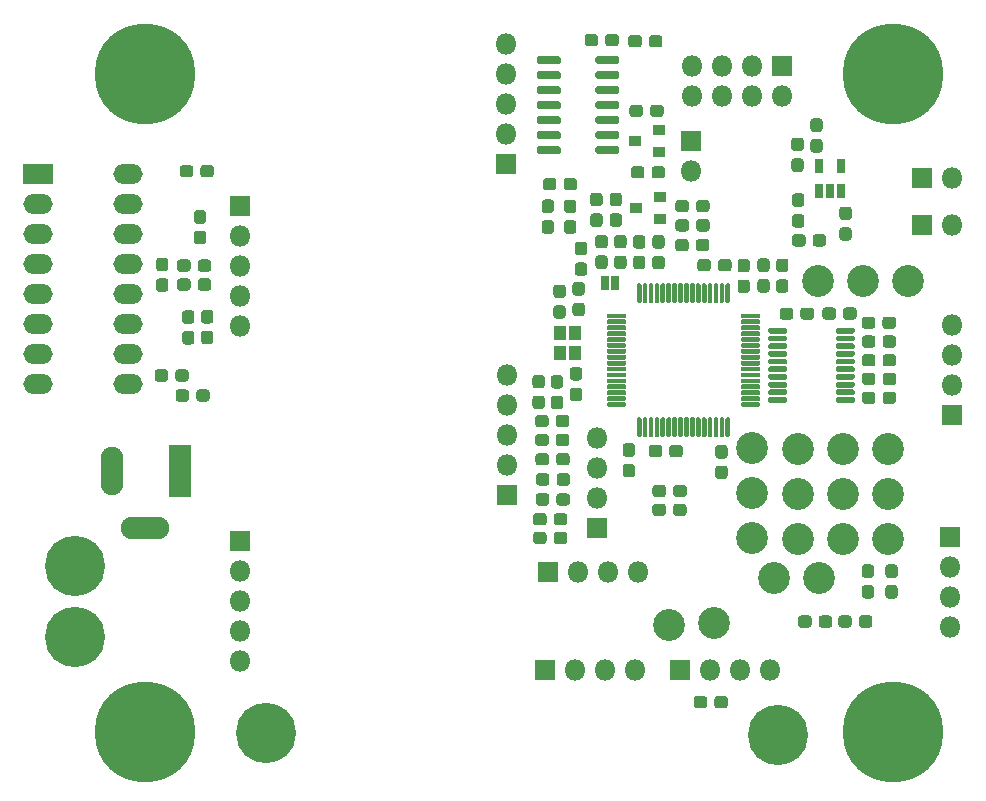
<source format=gts>
%TF.GenerationSoftware,KiCad,Pcbnew,(5.1.6-0-10_14)*%
%TF.CreationDate,2022-07-24T23:06:08-05:00*%
%TF.ProjectId,spudglo_driver_v3p1,73707564-676c-46f5-9f64-72697665725f,rev?*%
%TF.SameCoordinates,Original*%
%TF.FileFunction,Soldermask,Top*%
%TF.FilePolarity,Negative*%
%FSLAX46Y46*%
G04 Gerber Fmt 4.6, Leading zero omitted, Abs format (unit mm)*
G04 Created by KiCad (PCBNEW (5.1.6-0-10_14)) date 2022-07-24 23:06:08*
%MOMM*%
%LPD*%
G01*
G04 APERTURE LIST*
%ADD10C,5.100000*%
%ADD11R,1.800000X1.800000*%
%ADD12O,1.800000X1.800000*%
%ADD13C,2.700000*%
%ADD14R,1.900000X4.500000*%
%ADD15O,1.900000X4.100000*%
%ADD16O,4.100000X1.900000*%
%ADD17R,1.000000X0.900000*%
%ADD18R,0.750000X1.160000*%
%ADD19R,1.100000X1.300000*%
%ADD20R,0.675000X1.240000*%
%ADD21O,2.500000X1.700000*%
%ADD22R,2.500000X1.700000*%
%ADD23C,8.500000*%
G04 APERTURE END LIST*
D10*
%TO.C,J33*%
X143610000Y-131240000D03*
%TD*%
%TO.C,J34*%
X186974000Y-131358000D03*
%TD*%
D11*
%TO.C,U10*%
X163999718Y-111051000D03*
D12*
X163999718Y-108511000D03*
X163999718Y-105971000D03*
X163999718Y-103431000D03*
X163999718Y-100891000D03*
%TD*%
%TO.C,U5*%
X141401412Y-96776537D03*
X141401412Y-94236537D03*
X141401412Y-91696537D03*
X141401412Y-89156537D03*
D11*
X141401412Y-86616537D03*
%TD*%
%TO.C,U9*%
X163953092Y-83010883D03*
D12*
X163953092Y-80470883D03*
X163953092Y-77930883D03*
X163953092Y-75390883D03*
X163953092Y-72850883D03*
%TD*%
%TO.C,J31*%
X175061000Y-117584000D03*
X172521000Y-117584000D03*
X169981000Y-117584000D03*
D11*
X167441000Y-117584000D03*
%TD*%
%TO.C,R36*%
G36*
G01*
X192036800Y-122030300D02*
X192036800Y-121505300D01*
G75*
G02*
X192299300Y-121242800I262500J0D01*
G01*
X192924300Y-121242800D01*
G75*
G02*
X193186800Y-121505300I0J-262500D01*
G01*
X193186800Y-122030300D01*
G75*
G02*
X192924300Y-122292800I-262500J0D01*
G01*
X192299300Y-122292800D01*
G75*
G02*
X192036800Y-122030300I0J262500D01*
G01*
G37*
G36*
G01*
X193786800Y-122030300D02*
X193786800Y-121505300D01*
G75*
G02*
X194049300Y-121242800I262500J0D01*
G01*
X194674300Y-121242800D01*
G75*
G02*
X194936800Y-121505300I0J-262500D01*
G01*
X194936800Y-122030300D01*
G75*
G02*
X194674300Y-122292800I-262500J0D01*
G01*
X194049300Y-122292800D01*
G75*
G02*
X193786800Y-122030300I0J262500D01*
G01*
G37*
%TD*%
%TO.C,R32*%
G36*
G01*
X190383200Y-122043000D02*
X190383200Y-121518000D01*
G75*
G02*
X190645700Y-121255500I262500J0D01*
G01*
X191270700Y-121255500D01*
G75*
G02*
X191533200Y-121518000I0J-262500D01*
G01*
X191533200Y-122043000D01*
G75*
G02*
X191270700Y-122305500I-262500J0D01*
G01*
X190645700Y-122305500D01*
G75*
G02*
X190383200Y-122043000I0J262500D01*
G01*
G37*
G36*
G01*
X188633200Y-122043000D02*
X188633200Y-121518000D01*
G75*
G02*
X188895700Y-121255500I262500J0D01*
G01*
X189520700Y-121255500D01*
G75*
G02*
X189783200Y-121518000I0J-262500D01*
G01*
X189783200Y-122043000D01*
G75*
G02*
X189520700Y-122305500I-262500J0D01*
G01*
X188895700Y-122305500D01*
G75*
G02*
X188633200Y-122043000I0J262500D01*
G01*
G37*
%TD*%
%TO.C,R28*%
G36*
G01*
X178062900Y-110981300D02*
X178062900Y-110456300D01*
G75*
G02*
X178325400Y-110193800I262500J0D01*
G01*
X178950400Y-110193800D01*
G75*
G02*
X179212900Y-110456300I0J-262500D01*
G01*
X179212900Y-110981300D01*
G75*
G02*
X178950400Y-111243800I-262500J0D01*
G01*
X178325400Y-111243800D01*
G75*
G02*
X178062900Y-110981300I0J262500D01*
G01*
G37*
G36*
G01*
X176312900Y-110981300D02*
X176312900Y-110456300D01*
G75*
G02*
X176575400Y-110193800I262500J0D01*
G01*
X177200400Y-110193800D01*
G75*
G02*
X177462900Y-110456300I0J-262500D01*
G01*
X177462900Y-110981300D01*
G75*
G02*
X177200400Y-111243800I-262500J0D01*
G01*
X176575400Y-111243800D01*
G75*
G02*
X176312900Y-110981300I0J262500D01*
G01*
G37*
%TD*%
%TO.C,R27*%
G36*
G01*
X179201500Y-112056500D02*
X179201500Y-112581500D01*
G75*
G02*
X178939000Y-112844000I-262500J0D01*
G01*
X178314000Y-112844000D01*
G75*
G02*
X178051500Y-112581500I0J262500D01*
G01*
X178051500Y-112056500D01*
G75*
G02*
X178314000Y-111794000I262500J0D01*
G01*
X178939000Y-111794000D01*
G75*
G02*
X179201500Y-112056500I0J-262500D01*
G01*
G37*
G36*
G01*
X177451500Y-112056500D02*
X177451500Y-112581500D01*
G75*
G02*
X177189000Y-112844000I-262500J0D01*
G01*
X176564000Y-112844000D01*
G75*
G02*
X176301500Y-112581500I0J262500D01*
G01*
X176301500Y-112056500D01*
G75*
G02*
X176564000Y-111794000I262500J0D01*
G01*
X177189000Y-111794000D01*
G75*
G02*
X177451500Y-112056500I0J-262500D01*
G01*
G37*
%TD*%
D12*
%TO.C,J30*%
X201710000Y-96640000D03*
X201710000Y-99180000D03*
X201710000Y-101720000D03*
D11*
X201710000Y-104260000D03*
%TD*%
D12*
%TO.C,J29*%
X186280000Y-125891000D03*
X183740000Y-125891000D03*
X181200000Y-125891000D03*
D11*
X178660000Y-125891000D03*
%TD*%
D13*
%TO.C,J28*%
X177728000Y-122040000D03*
%TD*%
%TO.C,J27*%
X186577999Y-118059400D03*
%TD*%
D11*
%TO.C,J26*%
X167236000Y-125909000D03*
D12*
X169776000Y-125909000D03*
X172316000Y-125909000D03*
X174856000Y-125909000D03*
%TD*%
D11*
%TO.C,J25*%
X201510000Y-114640000D03*
D12*
X201510000Y-117180000D03*
X201510000Y-119720000D03*
X201510000Y-122260000D03*
%TD*%
D13*
%TO.C,J24*%
X190388000Y-118059400D03*
%TD*%
%TO.C,J2*%
X181491000Y-121927000D03*
%TD*%
D14*
%TO.C,J1*%
X136325000Y-109020000D03*
D15*
X130525000Y-109020000D03*
D16*
X133325000Y-113820000D03*
%TD*%
%TO.C,C21*%
G36*
G01*
X180946000Y-128335500D02*
X180946000Y-128860500D01*
G75*
G02*
X180683500Y-129123000I-262500J0D01*
G01*
X180058500Y-129123000D01*
G75*
G02*
X179796000Y-128860500I0J262500D01*
G01*
X179796000Y-128335500D01*
G75*
G02*
X180058500Y-128073000I262500J0D01*
G01*
X180683500Y-128073000D01*
G75*
G02*
X180946000Y-128335500I0J-262500D01*
G01*
G37*
G36*
G01*
X182696000Y-128335500D02*
X182696000Y-128860500D01*
G75*
G02*
X182433500Y-129123000I-262500J0D01*
G01*
X181808500Y-129123000D01*
G75*
G02*
X181546000Y-128860500I0J262500D01*
G01*
X181546000Y-128335500D01*
G75*
G02*
X181808500Y-128073000I262500J0D01*
G01*
X182433500Y-128073000D01*
G75*
G02*
X182696000Y-128335500I0J-262500D01*
G01*
G37*
%TD*%
D17*
%TO.C,Q1*%
X176873740Y-82045660D03*
X176873740Y-80145660D03*
X174873740Y-81095660D03*
%TD*%
%TO.C,C15*%
G36*
G01*
X187040500Y-92789000D02*
X187565500Y-92789000D01*
G75*
G02*
X187828000Y-93051500I0J-262500D01*
G01*
X187828000Y-93676500D01*
G75*
G02*
X187565500Y-93939000I-262500J0D01*
G01*
X187040500Y-93939000D01*
G75*
G02*
X186778000Y-93676500I0J262500D01*
G01*
X186778000Y-93051500D01*
G75*
G02*
X187040500Y-92789000I262500J0D01*
G01*
G37*
G36*
G01*
X187040500Y-91039000D02*
X187565500Y-91039000D01*
G75*
G02*
X187828000Y-91301500I0J-262500D01*
G01*
X187828000Y-91926500D01*
G75*
G02*
X187565500Y-92189000I-262500J0D01*
G01*
X187040500Y-92189000D01*
G75*
G02*
X186778000Y-91926500I0J262500D01*
G01*
X186778000Y-91301500D01*
G75*
G02*
X187040500Y-91039000I262500J0D01*
G01*
G37*
%TD*%
%TO.C,C13*%
G36*
G01*
X190462500Y-82075000D02*
X189937500Y-82075000D01*
G75*
G02*
X189675000Y-81812500I0J262500D01*
G01*
X189675000Y-81187500D01*
G75*
G02*
X189937500Y-80925000I262500J0D01*
G01*
X190462500Y-80925000D01*
G75*
G02*
X190725000Y-81187500I0J-262500D01*
G01*
X190725000Y-81812500D01*
G75*
G02*
X190462500Y-82075000I-262500J0D01*
G01*
G37*
G36*
G01*
X190462500Y-80325000D02*
X189937500Y-80325000D01*
G75*
G02*
X189675000Y-80062500I0J262500D01*
G01*
X189675000Y-79437500D01*
G75*
G02*
X189937500Y-79175000I262500J0D01*
G01*
X190462500Y-79175000D01*
G75*
G02*
X190725000Y-79437500I0J-262500D01*
G01*
X190725000Y-80062500D01*
G75*
G02*
X190462500Y-80325000I-262500J0D01*
G01*
G37*
%TD*%
%TO.C,C12*%
G36*
G01*
X177082500Y-90200000D02*
X176557500Y-90200000D01*
G75*
G02*
X176295000Y-89937500I0J262500D01*
G01*
X176295000Y-89312500D01*
G75*
G02*
X176557500Y-89050000I262500J0D01*
G01*
X177082500Y-89050000D01*
G75*
G02*
X177345000Y-89312500I0J-262500D01*
G01*
X177345000Y-89937500D01*
G75*
G02*
X177082500Y-90200000I-262500J0D01*
G01*
G37*
G36*
G01*
X177082500Y-91950000D02*
X176557500Y-91950000D01*
G75*
G02*
X176295000Y-91687500I0J262500D01*
G01*
X176295000Y-91062500D01*
G75*
G02*
X176557500Y-90800000I262500J0D01*
G01*
X177082500Y-90800000D01*
G75*
G02*
X177345000Y-91062500I0J-262500D01*
G01*
X177345000Y-91687500D01*
G75*
G02*
X177082500Y-91950000I-262500J0D01*
G01*
G37*
%TD*%
%TO.C,C11*%
G36*
G01*
X174057500Y-106675000D02*
X174582500Y-106675000D01*
G75*
G02*
X174845000Y-106937500I0J-262500D01*
G01*
X174845000Y-107562500D01*
G75*
G02*
X174582500Y-107825000I-262500J0D01*
G01*
X174057500Y-107825000D01*
G75*
G02*
X173795000Y-107562500I0J262500D01*
G01*
X173795000Y-106937500D01*
G75*
G02*
X174057500Y-106675000I262500J0D01*
G01*
G37*
G36*
G01*
X174057500Y-108425000D02*
X174582500Y-108425000D01*
G75*
G02*
X174845000Y-108687500I0J-262500D01*
G01*
X174845000Y-109312500D01*
G75*
G02*
X174582500Y-109575000I-262500J0D01*
G01*
X174057500Y-109575000D01*
G75*
G02*
X173795000Y-109312500I0J262500D01*
G01*
X173795000Y-108687500D01*
G75*
G02*
X174057500Y-108425000I262500J0D01*
G01*
G37*
%TD*%
%TO.C,C14*%
G36*
G01*
X192397500Y-86635000D02*
X192922500Y-86635000D01*
G75*
G02*
X193185000Y-86897500I0J-262500D01*
G01*
X193185000Y-87522500D01*
G75*
G02*
X192922500Y-87785000I-262500J0D01*
G01*
X192397500Y-87785000D01*
G75*
G02*
X192135000Y-87522500I0J262500D01*
G01*
X192135000Y-86897500D01*
G75*
G02*
X192397500Y-86635000I262500J0D01*
G01*
G37*
G36*
G01*
X192397500Y-88385000D02*
X192922500Y-88385000D01*
G75*
G02*
X193185000Y-88647500I0J-262500D01*
G01*
X193185000Y-89272500D01*
G75*
G02*
X192922500Y-89535000I-262500J0D01*
G01*
X192397500Y-89535000D01*
G75*
G02*
X192135000Y-89272500I0J262500D01*
G01*
X192135000Y-88647500D01*
G75*
G02*
X192397500Y-88385000I262500J0D01*
G01*
G37*
%TD*%
D10*
%TO.C,J20*%
X127410000Y-117040000D03*
%TD*%
D13*
%TO.C,J13*%
X188619004Y-110942478D03*
%TD*%
%TO.C,C10*%
G36*
G01*
X181890500Y-108568000D02*
X182415500Y-108568000D01*
G75*
G02*
X182678000Y-108830500I0J-262500D01*
G01*
X182678000Y-109455500D01*
G75*
G02*
X182415500Y-109718000I-262500J0D01*
G01*
X181890500Y-109718000D01*
G75*
G02*
X181628000Y-109455500I0J262500D01*
G01*
X181628000Y-108830500D01*
G75*
G02*
X181890500Y-108568000I262500J0D01*
G01*
G37*
G36*
G01*
X181890500Y-106818000D02*
X182415500Y-106818000D01*
G75*
G02*
X182678000Y-107080500I0J-262500D01*
G01*
X182678000Y-107705500D01*
G75*
G02*
X182415500Y-107968000I-262500J0D01*
G01*
X181890500Y-107968000D01*
G75*
G02*
X181628000Y-107705500I0J262500D01*
G01*
X181628000Y-107080500D01*
G75*
G02*
X181890500Y-106818000I262500J0D01*
G01*
G37*
%TD*%
%TO.C,C17*%
G36*
G01*
X188387500Y-87270000D02*
X188912500Y-87270000D01*
G75*
G02*
X189175000Y-87532500I0J-262500D01*
G01*
X189175000Y-88157500D01*
G75*
G02*
X188912500Y-88420000I-262500J0D01*
G01*
X188387500Y-88420000D01*
G75*
G02*
X188125000Y-88157500I0J262500D01*
G01*
X188125000Y-87532500D01*
G75*
G02*
X188387500Y-87270000I262500J0D01*
G01*
G37*
G36*
G01*
X188387500Y-85520000D02*
X188912500Y-85520000D01*
G75*
G02*
X189175000Y-85782500I0J-262500D01*
G01*
X189175000Y-86407500D01*
G75*
G02*
X188912500Y-86670000I-262500J0D01*
G01*
X188387500Y-86670000D01*
G75*
G02*
X188125000Y-86407500I0J262500D01*
G01*
X188125000Y-85782500D01*
G75*
G02*
X188387500Y-85520000I262500J0D01*
G01*
G37*
%TD*%
%TO.C,C3*%
G36*
G01*
X172262500Y-90175000D02*
X171737500Y-90175000D01*
G75*
G02*
X171475000Y-89912500I0J262500D01*
G01*
X171475000Y-89287500D01*
G75*
G02*
X171737500Y-89025000I262500J0D01*
G01*
X172262500Y-89025000D01*
G75*
G02*
X172525000Y-89287500I0J-262500D01*
G01*
X172525000Y-89912500D01*
G75*
G02*
X172262500Y-90175000I-262500J0D01*
G01*
G37*
G36*
G01*
X172262500Y-91925000D02*
X171737500Y-91925000D01*
G75*
G02*
X171475000Y-91662500I0J262500D01*
G01*
X171475000Y-91037500D01*
G75*
G02*
X171737500Y-90775000I262500J0D01*
G01*
X172262500Y-90775000D01*
G75*
G02*
X172525000Y-91037500I0J-262500D01*
G01*
X172525000Y-91662500D01*
G75*
G02*
X172262500Y-91925000I-262500J0D01*
G01*
G37*
%TD*%
D11*
%TO.C,J3*%
X171619280Y-113847704D03*
D12*
X171619280Y-111307704D03*
X171619280Y-108767704D03*
X171619280Y-106227704D03*
%TD*%
%TO.C,C4*%
G36*
G01*
X173852500Y-91935001D02*
X173327500Y-91935001D01*
G75*
G02*
X173065000Y-91672501I0J262500D01*
G01*
X173065000Y-91047501D01*
G75*
G02*
X173327500Y-90785001I262500J0D01*
G01*
X173852500Y-90785001D01*
G75*
G02*
X174115000Y-91047501I0J-262500D01*
G01*
X174115000Y-91672501D01*
G75*
G02*
X173852500Y-91935001I-262500J0D01*
G01*
G37*
G36*
G01*
X173852500Y-90185001D02*
X173327500Y-90185001D01*
G75*
G02*
X173065000Y-89922501I0J262500D01*
G01*
X173065000Y-89297501D01*
G75*
G02*
X173327500Y-89035001I262500J0D01*
G01*
X173852500Y-89035001D01*
G75*
G02*
X174115000Y-89297501I0J-262500D01*
G01*
X174115000Y-89922501D01*
G75*
G02*
X173852500Y-90185001I-262500J0D01*
G01*
G37*
%TD*%
D13*
%TO.C,J22*%
X184776004Y-110928478D03*
%TD*%
%TO.C,C7*%
G36*
G01*
X190697000Y-95961500D02*
X190697000Y-95436500D01*
G75*
G02*
X190959500Y-95174000I262500J0D01*
G01*
X191584500Y-95174000D01*
G75*
G02*
X191847000Y-95436500I0J-262500D01*
G01*
X191847000Y-95961500D01*
G75*
G02*
X191584500Y-96224000I-262500J0D01*
G01*
X190959500Y-96224000D01*
G75*
G02*
X190697000Y-95961500I0J262500D01*
G01*
G37*
G36*
G01*
X192447000Y-95961500D02*
X192447000Y-95436500D01*
G75*
G02*
X192709500Y-95174000I262500J0D01*
G01*
X193334500Y-95174000D01*
G75*
G02*
X193597000Y-95436500I0J-262500D01*
G01*
X193597000Y-95961500D01*
G75*
G02*
X193334500Y-96224000I-262500J0D01*
G01*
X192709500Y-96224000D01*
G75*
G02*
X192447000Y-95961500I0J262500D01*
G01*
G37*
%TD*%
%TO.C,C6*%
G36*
G01*
X170528620Y-90769360D02*
X170003620Y-90769360D01*
G75*
G02*
X169741120Y-90506860I0J262500D01*
G01*
X169741120Y-89881860D01*
G75*
G02*
X170003620Y-89619360I262500J0D01*
G01*
X170528620Y-89619360D01*
G75*
G02*
X170791120Y-89881860I0J-262500D01*
G01*
X170791120Y-90506860D01*
G75*
G02*
X170528620Y-90769360I-262500J0D01*
G01*
G37*
G36*
G01*
X170528620Y-92519360D02*
X170003620Y-92519360D01*
G75*
G02*
X169741120Y-92256860I0J262500D01*
G01*
X169741120Y-91631860D01*
G75*
G02*
X170003620Y-91369360I262500J0D01*
G01*
X170528620Y-91369360D01*
G75*
G02*
X170791120Y-91631860I0J-262500D01*
G01*
X170791120Y-92256860D01*
G75*
G02*
X170528620Y-92519360I-262500J0D01*
G01*
G37*
%TD*%
%TO.C,J19*%
X196239003Y-110942478D03*
%TD*%
%TO.C,J17*%
X192429003Y-110942479D03*
%TD*%
%TO.C,C8*%
G36*
G01*
X175452500Y-90195000D02*
X174927500Y-90195000D01*
G75*
G02*
X174665000Y-89932500I0J262500D01*
G01*
X174665000Y-89307500D01*
G75*
G02*
X174927500Y-89045000I262500J0D01*
G01*
X175452500Y-89045000D01*
G75*
G02*
X175715000Y-89307500I0J-262500D01*
G01*
X175715000Y-89932500D01*
G75*
G02*
X175452500Y-90195000I-262500J0D01*
G01*
G37*
G36*
G01*
X175452500Y-91945000D02*
X174927500Y-91945000D01*
G75*
G02*
X174665000Y-91682500I0J262500D01*
G01*
X174665000Y-91057500D01*
G75*
G02*
X174927500Y-90795000I262500J0D01*
G01*
X175452500Y-90795000D01*
G75*
G02*
X175715000Y-91057500I0J-262500D01*
G01*
X175715000Y-91682500D01*
G75*
G02*
X175452500Y-91945000I-262500J0D01*
G01*
G37*
%TD*%
%TO.C,R20*%
G36*
G01*
X171830840Y-88364161D02*
X171305840Y-88364161D01*
G75*
G02*
X171043340Y-88101661I0J262500D01*
G01*
X171043340Y-87476661D01*
G75*
G02*
X171305840Y-87214161I262500J0D01*
G01*
X171830840Y-87214161D01*
G75*
G02*
X172093340Y-87476661I0J-262500D01*
G01*
X172093340Y-88101661D01*
G75*
G02*
X171830840Y-88364161I-262500J0D01*
G01*
G37*
G36*
G01*
X171830840Y-86614161D02*
X171305840Y-86614161D01*
G75*
G02*
X171043340Y-86351661I0J262500D01*
G01*
X171043340Y-85726661D01*
G75*
G02*
X171305840Y-85464161I262500J0D01*
G01*
X171830840Y-85464161D01*
G75*
G02*
X172093340Y-85726661I0J-262500D01*
G01*
X172093340Y-86351661D01*
G75*
G02*
X171830840Y-86614161I-262500J0D01*
G01*
G37*
%TD*%
%TO.C,R29*%
G36*
G01*
X136060000Y-91902500D02*
X136060000Y-91377500D01*
G75*
G02*
X136322500Y-91115000I262500J0D01*
G01*
X136947500Y-91115000D01*
G75*
G02*
X137210000Y-91377500I0J-262500D01*
G01*
X137210000Y-91902500D01*
G75*
G02*
X136947500Y-92165000I-262500J0D01*
G01*
X136322500Y-92165000D01*
G75*
G02*
X136060000Y-91902500I0J262500D01*
G01*
G37*
G36*
G01*
X137810000Y-91902500D02*
X137810000Y-91377500D01*
G75*
G02*
X138072500Y-91115000I262500J0D01*
G01*
X138697500Y-91115000D01*
G75*
G02*
X138960000Y-91377500I0J-262500D01*
G01*
X138960000Y-91902500D01*
G75*
G02*
X138697500Y-92165000I-262500J0D01*
G01*
X138072500Y-92165000D01*
G75*
G02*
X137810000Y-91902500I0J262500D01*
G01*
G37*
%TD*%
%TO.C,R24*%
G36*
G01*
X195193000Y-102570500D02*
X195193000Y-103095500D01*
G75*
G02*
X194930500Y-103358000I-262500J0D01*
G01*
X194305500Y-103358000D01*
G75*
G02*
X194043000Y-103095500I0J262500D01*
G01*
X194043000Y-102570500D01*
G75*
G02*
X194305500Y-102308000I262500J0D01*
G01*
X194930500Y-102308000D01*
G75*
G02*
X195193000Y-102570500I0J-262500D01*
G01*
G37*
G36*
G01*
X196943000Y-102570500D02*
X196943000Y-103095500D01*
G75*
G02*
X196680500Y-103358000I-262500J0D01*
G01*
X196055500Y-103358000D01*
G75*
G02*
X195793000Y-103095500I0J262500D01*
G01*
X195793000Y-102570500D01*
G75*
G02*
X196055500Y-102308000I262500J0D01*
G01*
X196680500Y-102308000D01*
G75*
G02*
X196943000Y-102570500I0J-262500D01*
G01*
G37*
%TD*%
%TO.C,R8*%
G36*
G01*
X188327500Y-80800001D02*
X188852500Y-80800001D01*
G75*
G02*
X189115000Y-81062501I0J-262500D01*
G01*
X189115000Y-81687501D01*
G75*
G02*
X188852500Y-81950001I-262500J0D01*
G01*
X188327500Y-81950001D01*
G75*
G02*
X188065000Y-81687501I0J262500D01*
G01*
X188065000Y-81062501D01*
G75*
G02*
X188327500Y-80800001I262500J0D01*
G01*
G37*
G36*
G01*
X188327500Y-82550001D02*
X188852500Y-82550001D01*
G75*
G02*
X189115000Y-82812501I0J-262500D01*
G01*
X189115000Y-83437501D01*
G75*
G02*
X188852500Y-83700001I-262500J0D01*
G01*
X188327500Y-83700001D01*
G75*
G02*
X188065000Y-83437501I0J262500D01*
G01*
X188065000Y-82812501D01*
G75*
G02*
X188327500Y-82550001I262500J0D01*
G01*
G37*
%TD*%
%TO.C,C9*%
G36*
G01*
X175985000Y-107602500D02*
X175985000Y-107077500D01*
G75*
G02*
X176247500Y-106815000I262500J0D01*
G01*
X176872500Y-106815000D01*
G75*
G02*
X177135000Y-107077500I0J-262500D01*
G01*
X177135000Y-107602500D01*
G75*
G02*
X176872500Y-107865000I-262500J0D01*
G01*
X176247500Y-107865000D01*
G75*
G02*
X175985000Y-107602500I0J262500D01*
G01*
G37*
G36*
G01*
X177735000Y-107602500D02*
X177735000Y-107077500D01*
G75*
G02*
X177997500Y-106815000I262500J0D01*
G01*
X178622500Y-106815000D01*
G75*
G02*
X178885000Y-107077500I0J-262500D01*
G01*
X178885000Y-107602500D01*
G75*
G02*
X178622500Y-107865000I-262500J0D01*
G01*
X177997500Y-107865000D01*
G75*
G02*
X177735000Y-107602500I0J262500D01*
G01*
G37*
%TD*%
%TO.C,R9*%
G36*
G01*
X180007900Y-88485139D02*
X180007900Y-87960139D01*
G75*
G02*
X180270400Y-87697639I262500J0D01*
G01*
X180895400Y-87697639D01*
G75*
G02*
X181157900Y-87960139I0J-262500D01*
G01*
X181157900Y-88485139D01*
G75*
G02*
X180895400Y-88747639I-262500J0D01*
G01*
X180270400Y-88747639D01*
G75*
G02*
X180007900Y-88485139I0J262500D01*
G01*
G37*
G36*
G01*
X178257900Y-88485139D02*
X178257900Y-87960139D01*
G75*
G02*
X178520400Y-87697639I262500J0D01*
G01*
X179145400Y-87697639D01*
G75*
G02*
X179407900Y-87960139I0J-262500D01*
G01*
X179407900Y-88485139D01*
G75*
G02*
X179145400Y-88747639I-262500J0D01*
G01*
X178520400Y-88747639D01*
G75*
G02*
X178257900Y-88485139I0J262500D01*
G01*
G37*
%TD*%
%TO.C,R15*%
G36*
G01*
X169284100Y-106138300D02*
X169284100Y-106663300D01*
G75*
G02*
X169021600Y-106925800I-262500J0D01*
G01*
X168396600Y-106925800D01*
G75*
G02*
X168134100Y-106663300I0J262500D01*
G01*
X168134100Y-106138300D01*
G75*
G02*
X168396600Y-105875800I262500J0D01*
G01*
X169021600Y-105875800D01*
G75*
G02*
X169284100Y-106138300I0J-262500D01*
G01*
G37*
G36*
G01*
X167534100Y-106138300D02*
X167534100Y-106663300D01*
G75*
G02*
X167271600Y-106925800I-262500J0D01*
G01*
X166646600Y-106925800D01*
G75*
G02*
X166384100Y-106663300I0J262500D01*
G01*
X166384100Y-106138300D01*
G75*
G02*
X166646600Y-105875800I262500J0D01*
G01*
X167271600Y-105875800D01*
G75*
G02*
X167534100Y-106138300I0J-262500D01*
G01*
G37*
%TD*%
D18*
%TO.C,U3*%
X190410000Y-83160000D03*
X192310000Y-83160000D03*
X192310000Y-85360000D03*
X191360000Y-85360000D03*
X190410000Y-85360000D03*
%TD*%
%TO.C,R26*%
G36*
G01*
X196945000Y-100965500D02*
X196945000Y-101490500D01*
G75*
G02*
X196682500Y-101753000I-262500J0D01*
G01*
X196057500Y-101753000D01*
G75*
G02*
X195795000Y-101490500I0J262500D01*
G01*
X195795000Y-100965500D01*
G75*
G02*
X196057500Y-100703000I262500J0D01*
G01*
X196682500Y-100703000D01*
G75*
G02*
X196945000Y-100965500I0J-262500D01*
G01*
G37*
G36*
G01*
X195195000Y-100965500D02*
X195195000Y-101490500D01*
G75*
G02*
X194932500Y-101753000I-262500J0D01*
G01*
X194307500Y-101753000D01*
G75*
G02*
X194045000Y-101490500I0J262500D01*
G01*
X194045000Y-100965500D01*
G75*
G02*
X194307500Y-100703000I262500J0D01*
G01*
X194932500Y-100703000D01*
G75*
G02*
X195195000Y-100965500I0J-262500D01*
G01*
G37*
%TD*%
%TO.C,R25*%
G36*
G01*
X195191000Y-99388500D02*
X195191000Y-99913500D01*
G75*
G02*
X194928500Y-100176000I-262500J0D01*
G01*
X194303500Y-100176000D01*
G75*
G02*
X194041000Y-99913500I0J262500D01*
G01*
X194041000Y-99388500D01*
G75*
G02*
X194303500Y-99126000I262500J0D01*
G01*
X194928500Y-99126000D01*
G75*
G02*
X195191000Y-99388500I0J-262500D01*
G01*
G37*
G36*
G01*
X196941000Y-99388500D02*
X196941000Y-99913500D01*
G75*
G02*
X196678500Y-100176000I-262500J0D01*
G01*
X196053500Y-100176000D01*
G75*
G02*
X195791000Y-99913500I0J262500D01*
G01*
X195791000Y-99388500D01*
G75*
G02*
X196053500Y-99126000I262500J0D01*
G01*
X196678500Y-99126000D01*
G75*
G02*
X196941000Y-99388500I0J-262500D01*
G01*
G37*
%TD*%
%TO.C,R19*%
G36*
G01*
X176235400Y-83993800D02*
X176235400Y-83468800D01*
G75*
G02*
X176497900Y-83206300I262500J0D01*
G01*
X177122900Y-83206300D01*
G75*
G02*
X177385400Y-83468800I0J-262500D01*
G01*
X177385400Y-83993800D01*
G75*
G02*
X177122900Y-84256300I-262500J0D01*
G01*
X176497900Y-84256300D01*
G75*
G02*
X176235400Y-83993800I0J262500D01*
G01*
G37*
G36*
G01*
X174485400Y-83993800D02*
X174485400Y-83468800D01*
G75*
G02*
X174747900Y-83206300I262500J0D01*
G01*
X175372900Y-83206300D01*
G75*
G02*
X175635400Y-83468800I0J-262500D01*
G01*
X175635400Y-83993800D01*
G75*
G02*
X175372900Y-84256300I-262500J0D01*
G01*
X174747900Y-84256300D01*
G75*
G02*
X174485400Y-83993800I0J262500D01*
G01*
G37*
%TD*%
%TO.C,C19*%
G36*
G01*
X173460000Y-72277500D02*
X173460000Y-72802500D01*
G75*
G02*
X173197500Y-73065000I-262500J0D01*
G01*
X172572500Y-73065000D01*
G75*
G02*
X172310000Y-72802500I0J262500D01*
G01*
X172310000Y-72277500D01*
G75*
G02*
X172572500Y-72015000I262500J0D01*
G01*
X173197500Y-72015000D01*
G75*
G02*
X173460000Y-72277500I0J-262500D01*
G01*
G37*
G36*
G01*
X171710000Y-72277500D02*
X171710000Y-72802500D01*
G75*
G02*
X171447500Y-73065000I-262500J0D01*
G01*
X170822500Y-73065000D01*
G75*
G02*
X170560000Y-72802500I0J262500D01*
G01*
X170560000Y-72277500D01*
G75*
G02*
X170822500Y-72015000I262500J0D01*
G01*
X171447500Y-72015000D01*
G75*
G02*
X171710000Y-72277500I0J-262500D01*
G01*
G37*
%TD*%
D13*
%TO.C,J4*%
X197923654Y-92975238D03*
%TD*%
%TO.C,R14*%
G36*
G01*
X168158200Y-108296000D02*
X168158200Y-107771000D01*
G75*
G02*
X168420700Y-107508500I262500J0D01*
G01*
X169045700Y-107508500D01*
G75*
G02*
X169308200Y-107771000I0J-262500D01*
G01*
X169308200Y-108296000D01*
G75*
G02*
X169045700Y-108558500I-262500J0D01*
G01*
X168420700Y-108558500D01*
G75*
G02*
X168158200Y-108296000I0J262500D01*
G01*
G37*
G36*
G01*
X166408200Y-108296000D02*
X166408200Y-107771000D01*
G75*
G02*
X166670700Y-107508500I262500J0D01*
G01*
X167295700Y-107508500D01*
G75*
G02*
X167558200Y-107771000I0J-262500D01*
G01*
X167558200Y-108296000D01*
G75*
G02*
X167295700Y-108558500I-262500J0D01*
G01*
X166670700Y-108558500D01*
G75*
G02*
X166408200Y-108296000I0J262500D01*
G01*
G37*
%TD*%
%TO.C,R16*%
G36*
G01*
X166443200Y-110006000D02*
X166443200Y-109481000D01*
G75*
G02*
X166705700Y-109218500I262500J0D01*
G01*
X167330700Y-109218500D01*
G75*
G02*
X167593200Y-109481000I0J-262500D01*
G01*
X167593200Y-110006000D01*
G75*
G02*
X167330700Y-110268500I-262500J0D01*
G01*
X166705700Y-110268500D01*
G75*
G02*
X166443200Y-110006000I0J262500D01*
G01*
G37*
G36*
G01*
X168193200Y-110006000D02*
X168193200Y-109481000D01*
G75*
G02*
X168455700Y-109218500I262500J0D01*
G01*
X169080700Y-109218500D01*
G75*
G02*
X169343200Y-109481000I0J-262500D01*
G01*
X169343200Y-110006000D01*
G75*
G02*
X169080700Y-110268500I-262500J0D01*
G01*
X168455700Y-110268500D01*
G75*
G02*
X168193200Y-110006000I0J262500D01*
G01*
G37*
%TD*%
%TO.C,C18*%
G36*
G01*
X167953000Y-114954500D02*
X167953000Y-114429500D01*
G75*
G02*
X168215500Y-114167000I262500J0D01*
G01*
X168840500Y-114167000D01*
G75*
G02*
X169103000Y-114429500I0J-262500D01*
G01*
X169103000Y-114954500D01*
G75*
G02*
X168840500Y-115217000I-262500J0D01*
G01*
X168215500Y-115217000D01*
G75*
G02*
X167953000Y-114954500I0J262500D01*
G01*
G37*
G36*
G01*
X166203000Y-114954500D02*
X166203000Y-114429500D01*
G75*
G02*
X166465500Y-114167000I262500J0D01*
G01*
X167090500Y-114167000D01*
G75*
G02*
X167353000Y-114429500I0J-262500D01*
G01*
X167353000Y-114954500D01*
G75*
G02*
X167090500Y-115217000I-262500J0D01*
G01*
X166465500Y-115217000D01*
G75*
G02*
X166203000Y-114954500I0J262500D01*
G01*
G37*
%TD*%
%TO.C,R38*%
G36*
G01*
X194817500Y-119828000D02*
X194292500Y-119828000D01*
G75*
G02*
X194030000Y-119565500I0J262500D01*
G01*
X194030000Y-118940500D01*
G75*
G02*
X194292500Y-118678000I262500J0D01*
G01*
X194817500Y-118678000D01*
G75*
G02*
X195080000Y-118940500I0J-262500D01*
G01*
X195080000Y-119565500D01*
G75*
G02*
X194817500Y-119828000I-262500J0D01*
G01*
G37*
G36*
G01*
X194817500Y-118078000D02*
X194292500Y-118078000D01*
G75*
G02*
X194030000Y-117815500I0J262500D01*
G01*
X194030000Y-117190500D01*
G75*
G02*
X194292500Y-116928000I262500J0D01*
G01*
X194817500Y-116928000D01*
G75*
G02*
X195080000Y-117190500I0J-262500D01*
G01*
X195080000Y-117815500D01*
G75*
G02*
X194817500Y-118078000I-262500J0D01*
G01*
G37*
%TD*%
%TO.C,R37*%
G36*
G01*
X196820500Y-118083000D02*
X196295500Y-118083000D01*
G75*
G02*
X196033000Y-117820500I0J262500D01*
G01*
X196033000Y-117195500D01*
G75*
G02*
X196295500Y-116933000I262500J0D01*
G01*
X196820500Y-116933000D01*
G75*
G02*
X197083000Y-117195500I0J-262500D01*
G01*
X197083000Y-117820500D01*
G75*
G02*
X196820500Y-118083000I-262500J0D01*
G01*
G37*
G36*
G01*
X196820500Y-119833000D02*
X196295500Y-119833000D01*
G75*
G02*
X196033000Y-119570500I0J262500D01*
G01*
X196033000Y-118945500D01*
G75*
G02*
X196295500Y-118683000I262500J0D01*
G01*
X196820500Y-118683000D01*
G75*
G02*
X197083000Y-118945500I0J-262500D01*
G01*
X197083000Y-119570500D01*
G75*
G02*
X196820500Y-119833000I-262500J0D01*
G01*
G37*
%TD*%
%TO.C,J6*%
X192429003Y-107132478D03*
%TD*%
D12*
%TO.C,J16*%
X201668000Y-84176000D03*
D11*
X199128000Y-84176000D03*
%TD*%
%TO.C,J14*%
X199160000Y-88189000D03*
D12*
X201700000Y-88189000D03*
%TD*%
D19*
%TO.C,U4*%
X168490000Y-99030000D03*
X168490000Y-97330000D03*
X169790000Y-97330000D03*
X169790000Y-99030000D03*
%TD*%
D20*
%TO.C,U6*%
X173152500Y-93110000D03*
X172327500Y-93110000D03*
%TD*%
%TO.C,U1*%
G36*
G01*
X191852000Y-97282001D02*
X191852000Y-97032001D01*
G75*
G02*
X191977000Y-96907001I125000J0D01*
G01*
X193302000Y-96907001D01*
G75*
G02*
X193427000Y-97032001I0J-125000D01*
G01*
X193427000Y-97282001D01*
G75*
G02*
X193302000Y-97407001I-125000J0D01*
G01*
X191977000Y-97407001D01*
G75*
G02*
X191852000Y-97282001I0J125000D01*
G01*
G37*
G36*
G01*
X191852000Y-97932001D02*
X191852000Y-97682001D01*
G75*
G02*
X191977000Y-97557001I125000J0D01*
G01*
X193302000Y-97557001D01*
G75*
G02*
X193427000Y-97682001I0J-125000D01*
G01*
X193427000Y-97932001D01*
G75*
G02*
X193302000Y-98057001I-125000J0D01*
G01*
X191977000Y-98057001D01*
G75*
G02*
X191852000Y-97932001I0J125000D01*
G01*
G37*
G36*
G01*
X191852000Y-98582001D02*
X191852000Y-98332001D01*
G75*
G02*
X191977000Y-98207001I125000J0D01*
G01*
X193302000Y-98207001D01*
G75*
G02*
X193427000Y-98332001I0J-125000D01*
G01*
X193427000Y-98582001D01*
G75*
G02*
X193302000Y-98707001I-125000J0D01*
G01*
X191977000Y-98707001D01*
G75*
G02*
X191852000Y-98582001I0J125000D01*
G01*
G37*
G36*
G01*
X191852000Y-99232001D02*
X191852000Y-98982001D01*
G75*
G02*
X191977000Y-98857001I125000J0D01*
G01*
X193302000Y-98857001D01*
G75*
G02*
X193427000Y-98982001I0J-125000D01*
G01*
X193427000Y-99232001D01*
G75*
G02*
X193302000Y-99357001I-125000J0D01*
G01*
X191977000Y-99357001D01*
G75*
G02*
X191852000Y-99232001I0J125000D01*
G01*
G37*
G36*
G01*
X191852000Y-99882001D02*
X191852000Y-99632001D01*
G75*
G02*
X191977000Y-99507001I125000J0D01*
G01*
X193302000Y-99507001D01*
G75*
G02*
X193427000Y-99632001I0J-125000D01*
G01*
X193427000Y-99882001D01*
G75*
G02*
X193302000Y-100007001I-125000J0D01*
G01*
X191977000Y-100007001D01*
G75*
G02*
X191852000Y-99882001I0J125000D01*
G01*
G37*
G36*
G01*
X191852000Y-100532001D02*
X191852000Y-100282001D01*
G75*
G02*
X191977000Y-100157001I125000J0D01*
G01*
X193302000Y-100157001D01*
G75*
G02*
X193427000Y-100282001I0J-125000D01*
G01*
X193427000Y-100532001D01*
G75*
G02*
X193302000Y-100657001I-125000J0D01*
G01*
X191977000Y-100657001D01*
G75*
G02*
X191852000Y-100532001I0J125000D01*
G01*
G37*
G36*
G01*
X191852000Y-101182001D02*
X191852000Y-100932001D01*
G75*
G02*
X191977000Y-100807001I125000J0D01*
G01*
X193302000Y-100807001D01*
G75*
G02*
X193427000Y-100932001I0J-125000D01*
G01*
X193427000Y-101182001D01*
G75*
G02*
X193302000Y-101307001I-125000J0D01*
G01*
X191977000Y-101307001D01*
G75*
G02*
X191852000Y-101182001I0J125000D01*
G01*
G37*
G36*
G01*
X191852000Y-101832001D02*
X191852000Y-101582001D01*
G75*
G02*
X191977000Y-101457001I125000J0D01*
G01*
X193302000Y-101457001D01*
G75*
G02*
X193427000Y-101582001I0J-125000D01*
G01*
X193427000Y-101832001D01*
G75*
G02*
X193302000Y-101957001I-125000J0D01*
G01*
X191977000Y-101957001D01*
G75*
G02*
X191852000Y-101832001I0J125000D01*
G01*
G37*
G36*
G01*
X191852000Y-102482001D02*
X191852000Y-102232001D01*
G75*
G02*
X191977000Y-102107001I125000J0D01*
G01*
X193302000Y-102107001D01*
G75*
G02*
X193427000Y-102232001I0J-125000D01*
G01*
X193427000Y-102482001D01*
G75*
G02*
X193302000Y-102607001I-125000J0D01*
G01*
X191977000Y-102607001D01*
G75*
G02*
X191852000Y-102482001I0J125000D01*
G01*
G37*
G36*
G01*
X191852000Y-103132001D02*
X191852000Y-102882001D01*
G75*
G02*
X191977000Y-102757001I125000J0D01*
G01*
X193302000Y-102757001D01*
G75*
G02*
X193427000Y-102882001I0J-125000D01*
G01*
X193427000Y-103132001D01*
G75*
G02*
X193302000Y-103257001I-125000J0D01*
G01*
X191977000Y-103257001D01*
G75*
G02*
X191852000Y-103132001I0J125000D01*
G01*
G37*
G36*
G01*
X186127000Y-103132001D02*
X186127000Y-102882001D01*
G75*
G02*
X186252000Y-102757001I125000J0D01*
G01*
X187577000Y-102757001D01*
G75*
G02*
X187702000Y-102882001I0J-125000D01*
G01*
X187702000Y-103132001D01*
G75*
G02*
X187577000Y-103257001I-125000J0D01*
G01*
X186252000Y-103257001D01*
G75*
G02*
X186127000Y-103132001I0J125000D01*
G01*
G37*
G36*
G01*
X186127000Y-102482001D02*
X186127000Y-102232001D01*
G75*
G02*
X186252000Y-102107001I125000J0D01*
G01*
X187577000Y-102107001D01*
G75*
G02*
X187702000Y-102232001I0J-125000D01*
G01*
X187702000Y-102482001D01*
G75*
G02*
X187577000Y-102607001I-125000J0D01*
G01*
X186252000Y-102607001D01*
G75*
G02*
X186127000Y-102482001I0J125000D01*
G01*
G37*
G36*
G01*
X186127000Y-101832001D02*
X186127000Y-101582001D01*
G75*
G02*
X186252000Y-101457001I125000J0D01*
G01*
X187577000Y-101457001D01*
G75*
G02*
X187702000Y-101582001I0J-125000D01*
G01*
X187702000Y-101832001D01*
G75*
G02*
X187577000Y-101957001I-125000J0D01*
G01*
X186252000Y-101957001D01*
G75*
G02*
X186127000Y-101832001I0J125000D01*
G01*
G37*
G36*
G01*
X186127000Y-101182001D02*
X186127000Y-100932001D01*
G75*
G02*
X186252000Y-100807001I125000J0D01*
G01*
X187577000Y-100807001D01*
G75*
G02*
X187702000Y-100932001I0J-125000D01*
G01*
X187702000Y-101182001D01*
G75*
G02*
X187577000Y-101307001I-125000J0D01*
G01*
X186252000Y-101307001D01*
G75*
G02*
X186127000Y-101182001I0J125000D01*
G01*
G37*
G36*
G01*
X186127000Y-100532001D02*
X186127000Y-100282001D01*
G75*
G02*
X186252000Y-100157001I125000J0D01*
G01*
X187577000Y-100157001D01*
G75*
G02*
X187702000Y-100282001I0J-125000D01*
G01*
X187702000Y-100532001D01*
G75*
G02*
X187577000Y-100657001I-125000J0D01*
G01*
X186252000Y-100657001D01*
G75*
G02*
X186127000Y-100532001I0J125000D01*
G01*
G37*
G36*
G01*
X186127000Y-99882001D02*
X186127000Y-99632001D01*
G75*
G02*
X186252000Y-99507001I125000J0D01*
G01*
X187577000Y-99507001D01*
G75*
G02*
X187702000Y-99632001I0J-125000D01*
G01*
X187702000Y-99882001D01*
G75*
G02*
X187577000Y-100007001I-125000J0D01*
G01*
X186252000Y-100007001D01*
G75*
G02*
X186127000Y-99882001I0J125000D01*
G01*
G37*
G36*
G01*
X186127000Y-99232001D02*
X186127000Y-98982001D01*
G75*
G02*
X186252000Y-98857001I125000J0D01*
G01*
X187577000Y-98857001D01*
G75*
G02*
X187702000Y-98982001I0J-125000D01*
G01*
X187702000Y-99232001D01*
G75*
G02*
X187577000Y-99357001I-125000J0D01*
G01*
X186252000Y-99357001D01*
G75*
G02*
X186127000Y-99232001I0J125000D01*
G01*
G37*
G36*
G01*
X186127000Y-98582001D02*
X186127000Y-98332001D01*
G75*
G02*
X186252000Y-98207001I125000J0D01*
G01*
X187577000Y-98207001D01*
G75*
G02*
X187702000Y-98332001I0J-125000D01*
G01*
X187702000Y-98582001D01*
G75*
G02*
X187577000Y-98707001I-125000J0D01*
G01*
X186252000Y-98707001D01*
G75*
G02*
X186127000Y-98582001I0J125000D01*
G01*
G37*
G36*
G01*
X186127000Y-97932001D02*
X186127000Y-97682001D01*
G75*
G02*
X186252000Y-97557001I125000J0D01*
G01*
X187577000Y-97557001D01*
G75*
G02*
X187702000Y-97682001I0J-125000D01*
G01*
X187702000Y-97932001D01*
G75*
G02*
X187577000Y-98057001I-125000J0D01*
G01*
X186252000Y-98057001D01*
G75*
G02*
X186127000Y-97932001I0J125000D01*
G01*
G37*
G36*
G01*
X186127000Y-97282001D02*
X186127000Y-97032001D01*
G75*
G02*
X186252000Y-96907001I125000J0D01*
G01*
X187577000Y-96907001D01*
G75*
G02*
X187702000Y-97032001I0J-125000D01*
G01*
X187702000Y-97282001D01*
G75*
G02*
X187577000Y-97407001I-125000J0D01*
G01*
X186252000Y-97407001D01*
G75*
G02*
X186127000Y-97282001I0J125000D01*
G01*
G37*
%TD*%
%TO.C,C20*%
G36*
G01*
X167950001Y-113373500D02*
X167950001Y-112848500D01*
G75*
G02*
X168212501Y-112586000I262500J0D01*
G01*
X168837501Y-112586000D01*
G75*
G02*
X169100001Y-112848500I0J-262500D01*
G01*
X169100001Y-113373500D01*
G75*
G02*
X168837501Y-113636000I-262500J0D01*
G01*
X168212501Y-113636000D01*
G75*
G02*
X167950001Y-113373500I0J262500D01*
G01*
G37*
G36*
G01*
X166200001Y-113373500D02*
X166200001Y-112848500D01*
G75*
G02*
X166462501Y-112586000I262500J0D01*
G01*
X167087501Y-112586000D01*
G75*
G02*
X167350001Y-112848500I0J-262500D01*
G01*
X167350001Y-113373500D01*
G75*
G02*
X167087501Y-113636000I-262500J0D01*
G01*
X166462501Y-113636000D01*
G75*
G02*
X166200001Y-113373500I0J262500D01*
G01*
G37*
%TD*%
D13*
%TO.C,J23*%
X194113655Y-92975238D03*
%TD*%
%TO.C,C16*%
G36*
G01*
X185452500Y-91020000D02*
X185977500Y-91020000D01*
G75*
G02*
X186240000Y-91282500I0J-262500D01*
G01*
X186240000Y-91907500D01*
G75*
G02*
X185977500Y-92170000I-262500J0D01*
G01*
X185452500Y-92170000D01*
G75*
G02*
X185190000Y-91907500I0J262500D01*
G01*
X185190000Y-91282500D01*
G75*
G02*
X185452500Y-91020000I262500J0D01*
G01*
G37*
G36*
G01*
X185452500Y-92770000D02*
X185977500Y-92770000D01*
G75*
G02*
X186240000Y-93032500I0J-262500D01*
G01*
X186240000Y-93657500D01*
G75*
G02*
X185977500Y-93920000I-262500J0D01*
G01*
X185452500Y-93920000D01*
G75*
G02*
X185190000Y-93657500I0J262500D01*
G01*
X185190000Y-93032500D01*
G75*
G02*
X185452500Y-92770000I262500J0D01*
G01*
G37*
%TD*%
%TO.C,C2*%
G36*
G01*
X168712500Y-94390000D02*
X168187500Y-94390000D01*
G75*
G02*
X167925000Y-94127500I0J262500D01*
G01*
X167925000Y-93502500D01*
G75*
G02*
X168187500Y-93240000I262500J0D01*
G01*
X168712500Y-93240000D01*
G75*
G02*
X168975000Y-93502500I0J-262500D01*
G01*
X168975000Y-94127500D01*
G75*
G02*
X168712500Y-94390000I-262500J0D01*
G01*
G37*
G36*
G01*
X168712500Y-96140000D02*
X168187500Y-96140000D01*
G75*
G02*
X167925000Y-95877500I0J262500D01*
G01*
X167925000Y-95252500D01*
G75*
G02*
X168187500Y-94990000I262500J0D01*
G01*
X168712500Y-94990000D01*
G75*
G02*
X168975000Y-95252500I0J-262500D01*
G01*
X168975000Y-95877500D01*
G75*
G02*
X168712500Y-96140000I-262500J0D01*
G01*
G37*
%TD*%
%TO.C,C1*%
G36*
G01*
X169577500Y-100215000D02*
X170102500Y-100215000D01*
G75*
G02*
X170365000Y-100477500I0J-262500D01*
G01*
X170365000Y-101102500D01*
G75*
G02*
X170102500Y-101365000I-262500J0D01*
G01*
X169577500Y-101365000D01*
G75*
G02*
X169315000Y-101102500I0J262500D01*
G01*
X169315000Y-100477500D01*
G75*
G02*
X169577500Y-100215000I262500J0D01*
G01*
G37*
G36*
G01*
X169577500Y-101965000D02*
X170102500Y-101965000D01*
G75*
G02*
X170365000Y-102227500I0J-262500D01*
G01*
X170365000Y-102852500D01*
G75*
G02*
X170102500Y-103115000I-262500J0D01*
G01*
X169577500Y-103115000D01*
G75*
G02*
X169315000Y-102852500I0J262500D01*
G01*
X169315000Y-102227500D01*
G75*
G02*
X169577500Y-101965000I262500J0D01*
G01*
G37*
%TD*%
D10*
%TO.C,J21*%
X127410000Y-123040000D03*
%TD*%
%TO.C,R30*%
G36*
G01*
X136747500Y-97165000D02*
X137272500Y-97165000D01*
G75*
G02*
X137535000Y-97427500I0J-262500D01*
G01*
X137535000Y-98052500D01*
G75*
G02*
X137272500Y-98315000I-262500J0D01*
G01*
X136747500Y-98315000D01*
G75*
G02*
X136485000Y-98052500I0J262500D01*
G01*
X136485000Y-97427500D01*
G75*
G02*
X136747500Y-97165000I262500J0D01*
G01*
G37*
G36*
G01*
X136747500Y-95415000D02*
X137272500Y-95415000D01*
G75*
G02*
X137535000Y-95677500I0J-262500D01*
G01*
X137535000Y-96302500D01*
G75*
G02*
X137272500Y-96565000I-262500J0D01*
G01*
X136747500Y-96565000D01*
G75*
G02*
X136485000Y-96302500I0J262500D01*
G01*
X136485000Y-95677500D01*
G75*
G02*
X136747500Y-95415000I262500J0D01*
G01*
G37*
%TD*%
%TO.C,R2*%
G36*
G01*
X183777500Y-92815000D02*
X184302500Y-92815000D01*
G75*
G02*
X184565000Y-93077500I0J-262500D01*
G01*
X184565000Y-93702500D01*
G75*
G02*
X184302500Y-93965000I-262500J0D01*
G01*
X183777500Y-93965000D01*
G75*
G02*
X183515000Y-93702500I0J262500D01*
G01*
X183515000Y-93077500D01*
G75*
G02*
X183777500Y-92815000I262500J0D01*
G01*
G37*
G36*
G01*
X183777500Y-91065000D02*
X184302500Y-91065000D01*
G75*
G02*
X184565000Y-91327500I0J-262500D01*
G01*
X184565000Y-91952500D01*
G75*
G02*
X184302500Y-92215000I-262500J0D01*
G01*
X183777500Y-92215000D01*
G75*
G02*
X183515000Y-91952500I0J262500D01*
G01*
X183515000Y-91327500D01*
G75*
G02*
X183777500Y-91065000I262500J0D01*
G01*
G37*
%TD*%
%TO.C,R3*%
G36*
G01*
X169802960Y-94774260D02*
X170327960Y-94774260D01*
G75*
G02*
X170590460Y-95036760I0J-262500D01*
G01*
X170590460Y-95661760D01*
G75*
G02*
X170327960Y-95924260I-262500J0D01*
G01*
X169802960Y-95924260D01*
G75*
G02*
X169540460Y-95661760I0J262500D01*
G01*
X169540460Y-95036760D01*
G75*
G02*
X169802960Y-94774260I262500J0D01*
G01*
G37*
G36*
G01*
X169802960Y-93024260D02*
X170327960Y-93024260D01*
G75*
G02*
X170590460Y-93286760I0J-262500D01*
G01*
X170590460Y-93911760D01*
G75*
G02*
X170327960Y-94174260I-262500J0D01*
G01*
X169802960Y-94174260D01*
G75*
G02*
X169540460Y-93911760I0J262500D01*
G01*
X169540460Y-93286760D01*
G75*
G02*
X169802960Y-93024260I262500J0D01*
G01*
G37*
%TD*%
%TO.C,R4*%
G36*
G01*
X189991000Y-95444500D02*
X189991000Y-95969500D01*
G75*
G02*
X189728500Y-96232000I-262500J0D01*
G01*
X189103500Y-96232000D01*
G75*
G02*
X188841000Y-95969500I0J262500D01*
G01*
X188841000Y-95444500D01*
G75*
G02*
X189103500Y-95182000I262500J0D01*
G01*
X189728500Y-95182000D01*
G75*
G02*
X189991000Y-95444500I0J-262500D01*
G01*
G37*
G36*
G01*
X188241000Y-95444500D02*
X188241000Y-95969500D01*
G75*
G02*
X187978500Y-96232000I-262500J0D01*
G01*
X187353500Y-96232000D01*
G75*
G02*
X187091000Y-95969500I0J262500D01*
G01*
X187091000Y-95444500D01*
G75*
G02*
X187353500Y-95182000I262500J0D01*
G01*
X187978500Y-95182000D01*
G75*
G02*
X188241000Y-95444500I0J-262500D01*
G01*
G37*
%TD*%
%TO.C,R31*%
G36*
G01*
X138960000Y-92977500D02*
X138960000Y-93502500D01*
G75*
G02*
X138697500Y-93765000I-262500J0D01*
G01*
X138072500Y-93765000D01*
G75*
G02*
X137810000Y-93502500I0J262500D01*
G01*
X137810000Y-92977500D01*
G75*
G02*
X138072500Y-92715000I262500J0D01*
G01*
X138697500Y-92715000D01*
G75*
G02*
X138960000Y-92977500I0J-262500D01*
G01*
G37*
G36*
G01*
X137210000Y-92977500D02*
X137210000Y-93502500D01*
G75*
G02*
X136947500Y-93765000I-262500J0D01*
G01*
X136322500Y-93765000D01*
G75*
G02*
X136060000Y-93502500I0J262500D01*
G01*
X136060000Y-92977500D01*
G75*
G02*
X136322500Y-92715000I262500J0D01*
G01*
X136947500Y-92715000D01*
G75*
G02*
X137210000Y-92977500I0J-262500D01*
G01*
G37*
%TD*%
%TO.C,R11*%
G36*
G01*
X167964000Y-100899500D02*
X168489000Y-100899500D01*
G75*
G02*
X168751500Y-101162000I0J-262500D01*
G01*
X168751500Y-101787000D01*
G75*
G02*
X168489000Y-102049500I-262500J0D01*
G01*
X167964000Y-102049500D01*
G75*
G02*
X167701500Y-101787000I0J262500D01*
G01*
X167701500Y-101162000D01*
G75*
G02*
X167964000Y-100899500I262500J0D01*
G01*
G37*
G36*
G01*
X167964000Y-102649500D02*
X168489000Y-102649500D01*
G75*
G02*
X168751500Y-102912000I0J-262500D01*
G01*
X168751500Y-103537000D01*
G75*
G02*
X168489000Y-103799500I-262500J0D01*
G01*
X167964000Y-103799500D01*
G75*
G02*
X167701500Y-103537000I0J262500D01*
G01*
X167701500Y-102912000D01*
G75*
G02*
X167964000Y-102649500I262500J0D01*
G01*
G37*
%TD*%
%TO.C,R13*%
G36*
G01*
X179997900Y-86855140D02*
X179997900Y-86330140D01*
G75*
G02*
X180260400Y-86067640I262500J0D01*
G01*
X180885400Y-86067640D01*
G75*
G02*
X181147900Y-86330140I0J-262500D01*
G01*
X181147900Y-86855140D01*
G75*
G02*
X180885400Y-87117640I-262500J0D01*
G01*
X180260400Y-87117640D01*
G75*
G02*
X179997900Y-86855140I0J262500D01*
G01*
G37*
G36*
G01*
X178247900Y-86855140D02*
X178247900Y-86330140D01*
G75*
G02*
X178510400Y-86067640I262500J0D01*
G01*
X179135400Y-86067640D01*
G75*
G02*
X179397900Y-86330140I0J-262500D01*
G01*
X179397900Y-86855140D01*
G75*
G02*
X179135400Y-87117640I-262500J0D01*
G01*
X178510400Y-87117640D01*
G75*
G02*
X178247900Y-86855140I0J262500D01*
G01*
G37*
%TD*%
%TO.C,R12*%
G36*
G01*
X167521400Y-104538100D02*
X167521400Y-105063100D01*
G75*
G02*
X167258900Y-105325600I-262500J0D01*
G01*
X166633900Y-105325600D01*
G75*
G02*
X166371400Y-105063100I0J262500D01*
G01*
X166371400Y-104538100D01*
G75*
G02*
X166633900Y-104275600I262500J0D01*
G01*
X167258900Y-104275600D01*
G75*
G02*
X167521400Y-104538100I0J-262500D01*
G01*
G37*
G36*
G01*
X169271400Y-104538100D02*
X169271400Y-105063100D01*
G75*
G02*
X169008900Y-105325600I-262500J0D01*
G01*
X168383900Y-105325600D01*
G75*
G02*
X168121400Y-105063100I0J262500D01*
G01*
X168121400Y-104538100D01*
G75*
G02*
X168383900Y-104275600I262500J0D01*
G01*
X169008900Y-104275600D01*
G75*
G02*
X169271400Y-104538100I0J-262500D01*
G01*
G37*
%TD*%
D17*
%TO.C,Q2*%
X174918340Y-86764160D03*
X176918340Y-85814160D03*
X176918340Y-87714160D03*
%TD*%
%TO.C,R1*%
G36*
G01*
X180110000Y-91862500D02*
X180110000Y-91337500D01*
G75*
G02*
X180372500Y-91075000I262500J0D01*
G01*
X180997500Y-91075000D01*
G75*
G02*
X181260000Y-91337500I0J-262500D01*
G01*
X181260000Y-91862500D01*
G75*
G02*
X180997500Y-92125000I-262500J0D01*
G01*
X180372500Y-92125000D01*
G75*
G02*
X180110000Y-91862500I0J262500D01*
G01*
G37*
G36*
G01*
X181860000Y-91862500D02*
X181860000Y-91337500D01*
G75*
G02*
X182122500Y-91075000I262500J0D01*
G01*
X182747500Y-91075000D01*
G75*
G02*
X183010000Y-91337500I0J-262500D01*
G01*
X183010000Y-91862500D01*
G75*
G02*
X182747500Y-92125000I-262500J0D01*
G01*
X182122500Y-92125000D01*
G75*
G02*
X181860000Y-91862500I0J262500D01*
G01*
G37*
%TD*%
D12*
%TO.C,SW1*%
X179610780Y-83629700D03*
D11*
X179610780Y-81089700D03*
%TD*%
%TO.C,R21*%
G36*
G01*
X172945840Y-87204160D02*
X173470840Y-87204160D01*
G75*
G02*
X173733340Y-87466660I0J-262500D01*
G01*
X173733340Y-88091660D01*
G75*
G02*
X173470840Y-88354160I-262500J0D01*
G01*
X172945840Y-88354160D01*
G75*
G02*
X172683340Y-88091660I0J262500D01*
G01*
X172683340Y-87466660D01*
G75*
G02*
X172945840Y-87204160I262500J0D01*
G01*
G37*
G36*
G01*
X172945840Y-85454160D02*
X173470840Y-85454160D01*
G75*
G02*
X173733340Y-85716660I0J-262500D01*
G01*
X173733340Y-86341660D01*
G75*
G02*
X173470840Y-86604160I-262500J0D01*
G01*
X172945840Y-86604160D01*
G75*
G02*
X172683340Y-86341660I0J262500D01*
G01*
X172683340Y-85716660D01*
G75*
G02*
X172945840Y-85454160I262500J0D01*
G01*
G37*
%TD*%
%TO.C,U2*%
G36*
G01*
X174990000Y-94694999D02*
X174990000Y-93244999D01*
G75*
G02*
X175090000Y-93144999I100000J0D01*
G01*
X175290000Y-93144999D01*
G75*
G02*
X175390000Y-93244999I0J-100000D01*
G01*
X175390000Y-94694999D01*
G75*
G02*
X175290000Y-94794999I-100000J0D01*
G01*
X175090000Y-94794999D01*
G75*
G02*
X174990000Y-94694999I0J100000D01*
G01*
G37*
G36*
G01*
X175490000Y-94694999D02*
X175490000Y-93244999D01*
G75*
G02*
X175590000Y-93144999I100000J0D01*
G01*
X175790000Y-93144999D01*
G75*
G02*
X175890000Y-93244999I0J-100000D01*
G01*
X175890000Y-94694999D01*
G75*
G02*
X175790000Y-94794999I-100000J0D01*
G01*
X175590000Y-94794999D01*
G75*
G02*
X175490000Y-94694999I0J100000D01*
G01*
G37*
G36*
G01*
X175990000Y-94694999D02*
X175990000Y-93244999D01*
G75*
G02*
X176090000Y-93144999I100000J0D01*
G01*
X176290000Y-93144999D01*
G75*
G02*
X176390000Y-93244999I0J-100000D01*
G01*
X176390000Y-94694999D01*
G75*
G02*
X176290000Y-94794999I-100000J0D01*
G01*
X176090000Y-94794999D01*
G75*
G02*
X175990000Y-94694999I0J100000D01*
G01*
G37*
G36*
G01*
X176490000Y-94694999D02*
X176490000Y-93244999D01*
G75*
G02*
X176590000Y-93144999I100000J0D01*
G01*
X176790000Y-93144999D01*
G75*
G02*
X176890000Y-93244999I0J-100000D01*
G01*
X176890000Y-94694999D01*
G75*
G02*
X176790000Y-94794999I-100000J0D01*
G01*
X176590000Y-94794999D01*
G75*
G02*
X176490000Y-94694999I0J100000D01*
G01*
G37*
G36*
G01*
X176990000Y-94694999D02*
X176990000Y-93244999D01*
G75*
G02*
X177090000Y-93144999I100000J0D01*
G01*
X177290000Y-93144999D01*
G75*
G02*
X177390000Y-93244999I0J-100000D01*
G01*
X177390000Y-94694999D01*
G75*
G02*
X177290000Y-94794999I-100000J0D01*
G01*
X177090000Y-94794999D01*
G75*
G02*
X176990000Y-94694999I0J100000D01*
G01*
G37*
G36*
G01*
X177490000Y-94694999D02*
X177490000Y-93244999D01*
G75*
G02*
X177590000Y-93144999I100000J0D01*
G01*
X177790000Y-93144999D01*
G75*
G02*
X177890000Y-93244999I0J-100000D01*
G01*
X177890000Y-94694999D01*
G75*
G02*
X177790000Y-94794999I-100000J0D01*
G01*
X177590000Y-94794999D01*
G75*
G02*
X177490000Y-94694999I0J100000D01*
G01*
G37*
G36*
G01*
X177990000Y-94694999D02*
X177990000Y-93244999D01*
G75*
G02*
X178090000Y-93144999I100000J0D01*
G01*
X178290000Y-93144999D01*
G75*
G02*
X178390000Y-93244999I0J-100000D01*
G01*
X178390000Y-94694999D01*
G75*
G02*
X178290000Y-94794999I-100000J0D01*
G01*
X178090000Y-94794999D01*
G75*
G02*
X177990000Y-94694999I0J100000D01*
G01*
G37*
G36*
G01*
X178490000Y-94694999D02*
X178490000Y-93244999D01*
G75*
G02*
X178590000Y-93144999I100000J0D01*
G01*
X178790000Y-93144999D01*
G75*
G02*
X178890000Y-93244999I0J-100000D01*
G01*
X178890000Y-94694999D01*
G75*
G02*
X178790000Y-94794999I-100000J0D01*
G01*
X178590000Y-94794999D01*
G75*
G02*
X178490000Y-94694999I0J100000D01*
G01*
G37*
G36*
G01*
X178990000Y-94694999D02*
X178990000Y-93244999D01*
G75*
G02*
X179090000Y-93144999I100000J0D01*
G01*
X179290000Y-93144999D01*
G75*
G02*
X179390000Y-93244999I0J-100000D01*
G01*
X179390000Y-94694999D01*
G75*
G02*
X179290000Y-94794999I-100000J0D01*
G01*
X179090000Y-94794999D01*
G75*
G02*
X178990000Y-94694999I0J100000D01*
G01*
G37*
G36*
G01*
X179490000Y-94694999D02*
X179490000Y-93244999D01*
G75*
G02*
X179590000Y-93144999I100000J0D01*
G01*
X179790000Y-93144999D01*
G75*
G02*
X179890000Y-93244999I0J-100000D01*
G01*
X179890000Y-94694999D01*
G75*
G02*
X179790000Y-94794999I-100000J0D01*
G01*
X179590000Y-94794999D01*
G75*
G02*
X179490000Y-94694999I0J100000D01*
G01*
G37*
G36*
G01*
X179990000Y-94694999D02*
X179990000Y-93244999D01*
G75*
G02*
X180090000Y-93144999I100000J0D01*
G01*
X180290000Y-93144999D01*
G75*
G02*
X180390000Y-93244999I0J-100000D01*
G01*
X180390000Y-94694999D01*
G75*
G02*
X180290000Y-94794999I-100000J0D01*
G01*
X180090000Y-94794999D01*
G75*
G02*
X179990000Y-94694999I0J100000D01*
G01*
G37*
G36*
G01*
X180490000Y-94694999D02*
X180490000Y-93244999D01*
G75*
G02*
X180590000Y-93144999I100000J0D01*
G01*
X180790000Y-93144999D01*
G75*
G02*
X180890000Y-93244999I0J-100000D01*
G01*
X180890000Y-94694999D01*
G75*
G02*
X180790000Y-94794999I-100000J0D01*
G01*
X180590000Y-94794999D01*
G75*
G02*
X180490000Y-94694999I0J100000D01*
G01*
G37*
G36*
G01*
X180990000Y-94694999D02*
X180990000Y-93244999D01*
G75*
G02*
X181090000Y-93144999I100000J0D01*
G01*
X181290000Y-93144999D01*
G75*
G02*
X181390000Y-93244999I0J-100000D01*
G01*
X181390000Y-94694999D01*
G75*
G02*
X181290000Y-94794999I-100000J0D01*
G01*
X181090000Y-94794999D01*
G75*
G02*
X180990000Y-94694999I0J100000D01*
G01*
G37*
G36*
G01*
X181490000Y-94694999D02*
X181490000Y-93244999D01*
G75*
G02*
X181590000Y-93144999I100000J0D01*
G01*
X181790000Y-93144999D01*
G75*
G02*
X181890000Y-93244999I0J-100000D01*
G01*
X181890000Y-94694999D01*
G75*
G02*
X181790000Y-94794999I-100000J0D01*
G01*
X181590000Y-94794999D01*
G75*
G02*
X181490000Y-94694999I0J100000D01*
G01*
G37*
G36*
G01*
X181990000Y-94694999D02*
X181990000Y-93244999D01*
G75*
G02*
X182090000Y-93144999I100000J0D01*
G01*
X182290000Y-93144999D01*
G75*
G02*
X182390000Y-93244999I0J-100000D01*
G01*
X182390000Y-94694999D01*
G75*
G02*
X182290000Y-94794999I-100000J0D01*
G01*
X182090000Y-94794999D01*
G75*
G02*
X181990000Y-94694999I0J100000D01*
G01*
G37*
G36*
G01*
X182490000Y-94694999D02*
X182490000Y-93244999D01*
G75*
G02*
X182590000Y-93144999I100000J0D01*
G01*
X182790000Y-93144999D01*
G75*
G02*
X182890000Y-93244999I0J-100000D01*
G01*
X182890000Y-94694999D01*
G75*
G02*
X182790000Y-94794999I-100000J0D01*
G01*
X182590000Y-94794999D01*
G75*
G02*
X182490000Y-94694999I0J100000D01*
G01*
G37*
G36*
G01*
X183790000Y-95994999D02*
X183790000Y-95794999D01*
G75*
G02*
X183890000Y-95694999I100000J0D01*
G01*
X185340000Y-95694999D01*
G75*
G02*
X185440000Y-95794999I0J-100000D01*
G01*
X185440000Y-95994999D01*
G75*
G02*
X185340000Y-96094999I-100000J0D01*
G01*
X183890000Y-96094999D01*
G75*
G02*
X183790000Y-95994999I0J100000D01*
G01*
G37*
G36*
G01*
X183790000Y-96494999D02*
X183790000Y-96294999D01*
G75*
G02*
X183890000Y-96194999I100000J0D01*
G01*
X185340000Y-96194999D01*
G75*
G02*
X185440000Y-96294999I0J-100000D01*
G01*
X185440000Y-96494999D01*
G75*
G02*
X185340000Y-96594999I-100000J0D01*
G01*
X183890000Y-96594999D01*
G75*
G02*
X183790000Y-96494999I0J100000D01*
G01*
G37*
G36*
G01*
X183790000Y-96994999D02*
X183790000Y-96794999D01*
G75*
G02*
X183890000Y-96694999I100000J0D01*
G01*
X185340000Y-96694999D01*
G75*
G02*
X185440000Y-96794999I0J-100000D01*
G01*
X185440000Y-96994999D01*
G75*
G02*
X185340000Y-97094999I-100000J0D01*
G01*
X183890000Y-97094999D01*
G75*
G02*
X183790000Y-96994999I0J100000D01*
G01*
G37*
G36*
G01*
X183790000Y-97494999D02*
X183790000Y-97294999D01*
G75*
G02*
X183890000Y-97194999I100000J0D01*
G01*
X185340000Y-97194999D01*
G75*
G02*
X185440000Y-97294999I0J-100000D01*
G01*
X185440000Y-97494999D01*
G75*
G02*
X185340000Y-97594999I-100000J0D01*
G01*
X183890000Y-97594999D01*
G75*
G02*
X183790000Y-97494999I0J100000D01*
G01*
G37*
G36*
G01*
X183790000Y-97994999D02*
X183790000Y-97794999D01*
G75*
G02*
X183890000Y-97694999I100000J0D01*
G01*
X185340000Y-97694999D01*
G75*
G02*
X185440000Y-97794999I0J-100000D01*
G01*
X185440000Y-97994999D01*
G75*
G02*
X185340000Y-98094999I-100000J0D01*
G01*
X183890000Y-98094999D01*
G75*
G02*
X183790000Y-97994999I0J100000D01*
G01*
G37*
G36*
G01*
X183790000Y-98494999D02*
X183790000Y-98294999D01*
G75*
G02*
X183890000Y-98194999I100000J0D01*
G01*
X185340000Y-98194999D01*
G75*
G02*
X185440000Y-98294999I0J-100000D01*
G01*
X185440000Y-98494999D01*
G75*
G02*
X185340000Y-98594999I-100000J0D01*
G01*
X183890000Y-98594999D01*
G75*
G02*
X183790000Y-98494999I0J100000D01*
G01*
G37*
G36*
G01*
X183790000Y-98994999D02*
X183790000Y-98794999D01*
G75*
G02*
X183890000Y-98694999I100000J0D01*
G01*
X185340000Y-98694999D01*
G75*
G02*
X185440000Y-98794999I0J-100000D01*
G01*
X185440000Y-98994999D01*
G75*
G02*
X185340000Y-99094999I-100000J0D01*
G01*
X183890000Y-99094999D01*
G75*
G02*
X183790000Y-98994999I0J100000D01*
G01*
G37*
G36*
G01*
X183790000Y-99494999D02*
X183790000Y-99294999D01*
G75*
G02*
X183890000Y-99194999I100000J0D01*
G01*
X185340000Y-99194999D01*
G75*
G02*
X185440000Y-99294999I0J-100000D01*
G01*
X185440000Y-99494999D01*
G75*
G02*
X185340000Y-99594999I-100000J0D01*
G01*
X183890000Y-99594999D01*
G75*
G02*
X183790000Y-99494999I0J100000D01*
G01*
G37*
G36*
G01*
X183790000Y-99994999D02*
X183790000Y-99794999D01*
G75*
G02*
X183890000Y-99694999I100000J0D01*
G01*
X185340000Y-99694999D01*
G75*
G02*
X185440000Y-99794999I0J-100000D01*
G01*
X185440000Y-99994999D01*
G75*
G02*
X185340000Y-100094999I-100000J0D01*
G01*
X183890000Y-100094999D01*
G75*
G02*
X183790000Y-99994999I0J100000D01*
G01*
G37*
G36*
G01*
X183790000Y-100494999D02*
X183790000Y-100294999D01*
G75*
G02*
X183890000Y-100194999I100000J0D01*
G01*
X185340000Y-100194999D01*
G75*
G02*
X185440000Y-100294999I0J-100000D01*
G01*
X185440000Y-100494999D01*
G75*
G02*
X185340000Y-100594999I-100000J0D01*
G01*
X183890000Y-100594999D01*
G75*
G02*
X183790000Y-100494999I0J100000D01*
G01*
G37*
G36*
G01*
X183790000Y-100994999D02*
X183790000Y-100794999D01*
G75*
G02*
X183890000Y-100694999I100000J0D01*
G01*
X185340000Y-100694999D01*
G75*
G02*
X185440000Y-100794999I0J-100000D01*
G01*
X185440000Y-100994999D01*
G75*
G02*
X185340000Y-101094999I-100000J0D01*
G01*
X183890000Y-101094999D01*
G75*
G02*
X183790000Y-100994999I0J100000D01*
G01*
G37*
G36*
G01*
X183790000Y-101494999D02*
X183790000Y-101294999D01*
G75*
G02*
X183890000Y-101194999I100000J0D01*
G01*
X185340000Y-101194999D01*
G75*
G02*
X185440000Y-101294999I0J-100000D01*
G01*
X185440000Y-101494999D01*
G75*
G02*
X185340000Y-101594999I-100000J0D01*
G01*
X183890000Y-101594999D01*
G75*
G02*
X183790000Y-101494999I0J100000D01*
G01*
G37*
G36*
G01*
X183790000Y-101994999D02*
X183790000Y-101794999D01*
G75*
G02*
X183890000Y-101694999I100000J0D01*
G01*
X185340000Y-101694999D01*
G75*
G02*
X185440000Y-101794999I0J-100000D01*
G01*
X185440000Y-101994999D01*
G75*
G02*
X185340000Y-102094999I-100000J0D01*
G01*
X183890000Y-102094999D01*
G75*
G02*
X183790000Y-101994999I0J100000D01*
G01*
G37*
G36*
G01*
X183790000Y-102494999D02*
X183790000Y-102294999D01*
G75*
G02*
X183890000Y-102194999I100000J0D01*
G01*
X185340000Y-102194999D01*
G75*
G02*
X185440000Y-102294999I0J-100000D01*
G01*
X185440000Y-102494999D01*
G75*
G02*
X185340000Y-102594999I-100000J0D01*
G01*
X183890000Y-102594999D01*
G75*
G02*
X183790000Y-102494999I0J100000D01*
G01*
G37*
G36*
G01*
X183790000Y-102994999D02*
X183790000Y-102794999D01*
G75*
G02*
X183890000Y-102694999I100000J0D01*
G01*
X185340000Y-102694999D01*
G75*
G02*
X185440000Y-102794999I0J-100000D01*
G01*
X185440000Y-102994999D01*
G75*
G02*
X185340000Y-103094999I-100000J0D01*
G01*
X183890000Y-103094999D01*
G75*
G02*
X183790000Y-102994999I0J100000D01*
G01*
G37*
G36*
G01*
X183790000Y-103494999D02*
X183790000Y-103294999D01*
G75*
G02*
X183890000Y-103194999I100000J0D01*
G01*
X185340000Y-103194999D01*
G75*
G02*
X185440000Y-103294999I0J-100000D01*
G01*
X185440000Y-103494999D01*
G75*
G02*
X185340000Y-103594999I-100000J0D01*
G01*
X183890000Y-103594999D01*
G75*
G02*
X183790000Y-103494999I0J100000D01*
G01*
G37*
G36*
G01*
X182490000Y-106044999D02*
X182490000Y-104594999D01*
G75*
G02*
X182590000Y-104494999I100000J0D01*
G01*
X182790000Y-104494999D01*
G75*
G02*
X182890000Y-104594999I0J-100000D01*
G01*
X182890000Y-106044999D01*
G75*
G02*
X182790000Y-106144999I-100000J0D01*
G01*
X182590000Y-106144999D01*
G75*
G02*
X182490000Y-106044999I0J100000D01*
G01*
G37*
G36*
G01*
X181990000Y-106044999D02*
X181990000Y-104594999D01*
G75*
G02*
X182090000Y-104494999I100000J0D01*
G01*
X182290000Y-104494999D01*
G75*
G02*
X182390000Y-104594999I0J-100000D01*
G01*
X182390000Y-106044999D01*
G75*
G02*
X182290000Y-106144999I-100000J0D01*
G01*
X182090000Y-106144999D01*
G75*
G02*
X181990000Y-106044999I0J100000D01*
G01*
G37*
G36*
G01*
X181490000Y-106044999D02*
X181490000Y-104594999D01*
G75*
G02*
X181590000Y-104494999I100000J0D01*
G01*
X181790000Y-104494999D01*
G75*
G02*
X181890000Y-104594999I0J-100000D01*
G01*
X181890000Y-106044999D01*
G75*
G02*
X181790000Y-106144999I-100000J0D01*
G01*
X181590000Y-106144999D01*
G75*
G02*
X181490000Y-106044999I0J100000D01*
G01*
G37*
G36*
G01*
X180990000Y-106044999D02*
X180990000Y-104594999D01*
G75*
G02*
X181090000Y-104494999I100000J0D01*
G01*
X181290000Y-104494999D01*
G75*
G02*
X181390000Y-104594999I0J-100000D01*
G01*
X181390000Y-106044999D01*
G75*
G02*
X181290000Y-106144999I-100000J0D01*
G01*
X181090000Y-106144999D01*
G75*
G02*
X180990000Y-106044999I0J100000D01*
G01*
G37*
G36*
G01*
X180490000Y-106044999D02*
X180490000Y-104594999D01*
G75*
G02*
X180590000Y-104494999I100000J0D01*
G01*
X180790000Y-104494999D01*
G75*
G02*
X180890000Y-104594999I0J-100000D01*
G01*
X180890000Y-106044999D01*
G75*
G02*
X180790000Y-106144999I-100000J0D01*
G01*
X180590000Y-106144999D01*
G75*
G02*
X180490000Y-106044999I0J100000D01*
G01*
G37*
G36*
G01*
X179990000Y-106044999D02*
X179990000Y-104594999D01*
G75*
G02*
X180090000Y-104494999I100000J0D01*
G01*
X180290000Y-104494999D01*
G75*
G02*
X180390000Y-104594999I0J-100000D01*
G01*
X180390000Y-106044999D01*
G75*
G02*
X180290000Y-106144999I-100000J0D01*
G01*
X180090000Y-106144999D01*
G75*
G02*
X179990000Y-106044999I0J100000D01*
G01*
G37*
G36*
G01*
X179490000Y-106044999D02*
X179490000Y-104594999D01*
G75*
G02*
X179590000Y-104494999I100000J0D01*
G01*
X179790000Y-104494999D01*
G75*
G02*
X179890000Y-104594999I0J-100000D01*
G01*
X179890000Y-106044999D01*
G75*
G02*
X179790000Y-106144999I-100000J0D01*
G01*
X179590000Y-106144999D01*
G75*
G02*
X179490000Y-106044999I0J100000D01*
G01*
G37*
G36*
G01*
X178990000Y-106044999D02*
X178990000Y-104594999D01*
G75*
G02*
X179090000Y-104494999I100000J0D01*
G01*
X179290000Y-104494999D01*
G75*
G02*
X179390000Y-104594999I0J-100000D01*
G01*
X179390000Y-106044999D01*
G75*
G02*
X179290000Y-106144999I-100000J0D01*
G01*
X179090000Y-106144999D01*
G75*
G02*
X178990000Y-106044999I0J100000D01*
G01*
G37*
G36*
G01*
X178490000Y-106044999D02*
X178490000Y-104594999D01*
G75*
G02*
X178590000Y-104494999I100000J0D01*
G01*
X178790000Y-104494999D01*
G75*
G02*
X178890000Y-104594999I0J-100000D01*
G01*
X178890000Y-106044999D01*
G75*
G02*
X178790000Y-106144999I-100000J0D01*
G01*
X178590000Y-106144999D01*
G75*
G02*
X178490000Y-106044999I0J100000D01*
G01*
G37*
G36*
G01*
X177990000Y-106044999D02*
X177990000Y-104594999D01*
G75*
G02*
X178090000Y-104494999I100000J0D01*
G01*
X178290000Y-104494999D01*
G75*
G02*
X178390000Y-104594999I0J-100000D01*
G01*
X178390000Y-106044999D01*
G75*
G02*
X178290000Y-106144999I-100000J0D01*
G01*
X178090000Y-106144999D01*
G75*
G02*
X177990000Y-106044999I0J100000D01*
G01*
G37*
G36*
G01*
X177490000Y-106044999D02*
X177490000Y-104594999D01*
G75*
G02*
X177590000Y-104494999I100000J0D01*
G01*
X177790000Y-104494999D01*
G75*
G02*
X177890000Y-104594999I0J-100000D01*
G01*
X177890000Y-106044999D01*
G75*
G02*
X177790000Y-106144999I-100000J0D01*
G01*
X177590000Y-106144999D01*
G75*
G02*
X177490000Y-106044999I0J100000D01*
G01*
G37*
G36*
G01*
X176990000Y-106044999D02*
X176990000Y-104594999D01*
G75*
G02*
X177090000Y-104494999I100000J0D01*
G01*
X177290000Y-104494999D01*
G75*
G02*
X177390000Y-104594999I0J-100000D01*
G01*
X177390000Y-106044999D01*
G75*
G02*
X177290000Y-106144999I-100000J0D01*
G01*
X177090000Y-106144999D01*
G75*
G02*
X176990000Y-106044999I0J100000D01*
G01*
G37*
G36*
G01*
X176490000Y-106044999D02*
X176490000Y-104594999D01*
G75*
G02*
X176590000Y-104494999I100000J0D01*
G01*
X176790000Y-104494999D01*
G75*
G02*
X176890000Y-104594999I0J-100000D01*
G01*
X176890000Y-106044999D01*
G75*
G02*
X176790000Y-106144999I-100000J0D01*
G01*
X176590000Y-106144999D01*
G75*
G02*
X176490000Y-106044999I0J100000D01*
G01*
G37*
G36*
G01*
X175990000Y-106044999D02*
X175990000Y-104594999D01*
G75*
G02*
X176090000Y-104494999I100000J0D01*
G01*
X176290000Y-104494999D01*
G75*
G02*
X176390000Y-104594999I0J-100000D01*
G01*
X176390000Y-106044999D01*
G75*
G02*
X176290000Y-106144999I-100000J0D01*
G01*
X176090000Y-106144999D01*
G75*
G02*
X175990000Y-106044999I0J100000D01*
G01*
G37*
G36*
G01*
X175490000Y-106044999D02*
X175490000Y-104594999D01*
G75*
G02*
X175590000Y-104494999I100000J0D01*
G01*
X175790000Y-104494999D01*
G75*
G02*
X175890000Y-104594999I0J-100000D01*
G01*
X175890000Y-106044999D01*
G75*
G02*
X175790000Y-106144999I-100000J0D01*
G01*
X175590000Y-106144999D01*
G75*
G02*
X175490000Y-106044999I0J100000D01*
G01*
G37*
G36*
G01*
X174990000Y-106044999D02*
X174990000Y-104594999D01*
G75*
G02*
X175090000Y-104494999I100000J0D01*
G01*
X175290000Y-104494999D01*
G75*
G02*
X175390000Y-104594999I0J-100000D01*
G01*
X175390000Y-106044999D01*
G75*
G02*
X175290000Y-106144999I-100000J0D01*
G01*
X175090000Y-106144999D01*
G75*
G02*
X174990000Y-106044999I0J100000D01*
G01*
G37*
G36*
G01*
X172440000Y-103494999D02*
X172440000Y-103294999D01*
G75*
G02*
X172540000Y-103194999I100000J0D01*
G01*
X173990000Y-103194999D01*
G75*
G02*
X174090000Y-103294999I0J-100000D01*
G01*
X174090000Y-103494999D01*
G75*
G02*
X173990000Y-103594999I-100000J0D01*
G01*
X172540000Y-103594999D01*
G75*
G02*
X172440000Y-103494999I0J100000D01*
G01*
G37*
G36*
G01*
X172440000Y-102994999D02*
X172440000Y-102794999D01*
G75*
G02*
X172540000Y-102694999I100000J0D01*
G01*
X173990000Y-102694999D01*
G75*
G02*
X174090000Y-102794999I0J-100000D01*
G01*
X174090000Y-102994999D01*
G75*
G02*
X173990000Y-103094999I-100000J0D01*
G01*
X172540000Y-103094999D01*
G75*
G02*
X172440000Y-102994999I0J100000D01*
G01*
G37*
G36*
G01*
X172440000Y-102494999D02*
X172440000Y-102294999D01*
G75*
G02*
X172540000Y-102194999I100000J0D01*
G01*
X173990000Y-102194999D01*
G75*
G02*
X174090000Y-102294999I0J-100000D01*
G01*
X174090000Y-102494999D01*
G75*
G02*
X173990000Y-102594999I-100000J0D01*
G01*
X172540000Y-102594999D01*
G75*
G02*
X172440000Y-102494999I0J100000D01*
G01*
G37*
G36*
G01*
X172440000Y-101994999D02*
X172440000Y-101794999D01*
G75*
G02*
X172540000Y-101694999I100000J0D01*
G01*
X173990000Y-101694999D01*
G75*
G02*
X174090000Y-101794999I0J-100000D01*
G01*
X174090000Y-101994999D01*
G75*
G02*
X173990000Y-102094999I-100000J0D01*
G01*
X172540000Y-102094999D01*
G75*
G02*
X172440000Y-101994999I0J100000D01*
G01*
G37*
G36*
G01*
X172440000Y-101494999D02*
X172440000Y-101294999D01*
G75*
G02*
X172540000Y-101194999I100000J0D01*
G01*
X173990000Y-101194999D01*
G75*
G02*
X174090000Y-101294999I0J-100000D01*
G01*
X174090000Y-101494999D01*
G75*
G02*
X173990000Y-101594999I-100000J0D01*
G01*
X172540000Y-101594999D01*
G75*
G02*
X172440000Y-101494999I0J100000D01*
G01*
G37*
G36*
G01*
X172440000Y-100994999D02*
X172440000Y-100794999D01*
G75*
G02*
X172540000Y-100694999I100000J0D01*
G01*
X173990000Y-100694999D01*
G75*
G02*
X174090000Y-100794999I0J-100000D01*
G01*
X174090000Y-100994999D01*
G75*
G02*
X173990000Y-101094999I-100000J0D01*
G01*
X172540000Y-101094999D01*
G75*
G02*
X172440000Y-100994999I0J100000D01*
G01*
G37*
G36*
G01*
X172440000Y-100494999D02*
X172440000Y-100294999D01*
G75*
G02*
X172540000Y-100194999I100000J0D01*
G01*
X173990000Y-100194999D01*
G75*
G02*
X174090000Y-100294999I0J-100000D01*
G01*
X174090000Y-100494999D01*
G75*
G02*
X173990000Y-100594999I-100000J0D01*
G01*
X172540000Y-100594999D01*
G75*
G02*
X172440000Y-100494999I0J100000D01*
G01*
G37*
G36*
G01*
X172440000Y-99994999D02*
X172440000Y-99794999D01*
G75*
G02*
X172540000Y-99694999I100000J0D01*
G01*
X173990000Y-99694999D01*
G75*
G02*
X174090000Y-99794999I0J-100000D01*
G01*
X174090000Y-99994999D01*
G75*
G02*
X173990000Y-100094999I-100000J0D01*
G01*
X172540000Y-100094999D01*
G75*
G02*
X172440000Y-99994999I0J100000D01*
G01*
G37*
G36*
G01*
X172440000Y-99494999D02*
X172440000Y-99294999D01*
G75*
G02*
X172540000Y-99194999I100000J0D01*
G01*
X173990000Y-99194999D01*
G75*
G02*
X174090000Y-99294999I0J-100000D01*
G01*
X174090000Y-99494999D01*
G75*
G02*
X173990000Y-99594999I-100000J0D01*
G01*
X172540000Y-99594999D01*
G75*
G02*
X172440000Y-99494999I0J100000D01*
G01*
G37*
G36*
G01*
X172440000Y-98994999D02*
X172440000Y-98794999D01*
G75*
G02*
X172540000Y-98694999I100000J0D01*
G01*
X173990000Y-98694999D01*
G75*
G02*
X174090000Y-98794999I0J-100000D01*
G01*
X174090000Y-98994999D01*
G75*
G02*
X173990000Y-99094999I-100000J0D01*
G01*
X172540000Y-99094999D01*
G75*
G02*
X172440000Y-98994999I0J100000D01*
G01*
G37*
G36*
G01*
X172440000Y-98494999D02*
X172440000Y-98294999D01*
G75*
G02*
X172540000Y-98194999I100000J0D01*
G01*
X173990000Y-98194999D01*
G75*
G02*
X174090000Y-98294999I0J-100000D01*
G01*
X174090000Y-98494999D01*
G75*
G02*
X173990000Y-98594999I-100000J0D01*
G01*
X172540000Y-98594999D01*
G75*
G02*
X172440000Y-98494999I0J100000D01*
G01*
G37*
G36*
G01*
X172440000Y-97994999D02*
X172440000Y-97794999D01*
G75*
G02*
X172540000Y-97694999I100000J0D01*
G01*
X173990000Y-97694999D01*
G75*
G02*
X174090000Y-97794999I0J-100000D01*
G01*
X174090000Y-97994999D01*
G75*
G02*
X173990000Y-98094999I-100000J0D01*
G01*
X172540000Y-98094999D01*
G75*
G02*
X172440000Y-97994999I0J100000D01*
G01*
G37*
G36*
G01*
X172440000Y-97494999D02*
X172440000Y-97294999D01*
G75*
G02*
X172540000Y-97194999I100000J0D01*
G01*
X173990000Y-97194999D01*
G75*
G02*
X174090000Y-97294999I0J-100000D01*
G01*
X174090000Y-97494999D01*
G75*
G02*
X173990000Y-97594999I-100000J0D01*
G01*
X172540000Y-97594999D01*
G75*
G02*
X172440000Y-97494999I0J100000D01*
G01*
G37*
G36*
G01*
X172440000Y-96994999D02*
X172440000Y-96794999D01*
G75*
G02*
X172540000Y-96694999I100000J0D01*
G01*
X173990000Y-96694999D01*
G75*
G02*
X174090000Y-96794999I0J-100000D01*
G01*
X174090000Y-96994999D01*
G75*
G02*
X173990000Y-97094999I-100000J0D01*
G01*
X172540000Y-97094999D01*
G75*
G02*
X172440000Y-96994999I0J100000D01*
G01*
G37*
G36*
G01*
X172440000Y-96494999D02*
X172440000Y-96294999D01*
G75*
G02*
X172540000Y-96194999I100000J0D01*
G01*
X173990000Y-96194999D01*
G75*
G02*
X174090000Y-96294999I0J-100000D01*
G01*
X174090000Y-96494999D01*
G75*
G02*
X173990000Y-96594999I-100000J0D01*
G01*
X172540000Y-96594999D01*
G75*
G02*
X172440000Y-96494999I0J100000D01*
G01*
G37*
G36*
G01*
X172440000Y-95994999D02*
X172440000Y-95794999D01*
G75*
G02*
X172540000Y-95694999I100000J0D01*
G01*
X173990000Y-95694999D01*
G75*
G02*
X174090000Y-95794999I0J-100000D01*
G01*
X174090000Y-95994999D01*
G75*
G02*
X173990000Y-96094999I-100000J0D01*
G01*
X172540000Y-96094999D01*
G75*
G02*
X172440000Y-95994999I0J100000D01*
G01*
G37*
%TD*%
%TO.C,R23*%
G36*
G01*
X196939000Y-97810500D02*
X196939000Y-98335500D01*
G75*
G02*
X196676500Y-98598000I-262500J0D01*
G01*
X196051500Y-98598000D01*
G75*
G02*
X195789000Y-98335500I0J262500D01*
G01*
X195789000Y-97810500D01*
G75*
G02*
X196051500Y-97548000I262500J0D01*
G01*
X196676500Y-97548000D01*
G75*
G02*
X196939000Y-97810500I0J-262500D01*
G01*
G37*
G36*
G01*
X195189000Y-97810500D02*
X195189000Y-98335500D01*
G75*
G02*
X194926500Y-98598000I-262500J0D01*
G01*
X194301500Y-98598000D01*
G75*
G02*
X194039000Y-98335500I0J262500D01*
G01*
X194039000Y-97810500D01*
G75*
G02*
X194301500Y-97548000I262500J0D01*
G01*
X194926500Y-97548000D01*
G75*
G02*
X195189000Y-97810500I0J-262500D01*
G01*
G37*
%TD*%
%TO.C,R22*%
G36*
G01*
X195188000Y-96213500D02*
X195188000Y-96738500D01*
G75*
G02*
X194925500Y-97001000I-262500J0D01*
G01*
X194300500Y-97001000D01*
G75*
G02*
X194038000Y-96738500I0J262500D01*
G01*
X194038000Y-96213500D01*
G75*
G02*
X194300500Y-95951000I262500J0D01*
G01*
X194925500Y-95951000D01*
G75*
G02*
X195188000Y-96213500I0J-262500D01*
G01*
G37*
G36*
G01*
X196938000Y-96213500D02*
X196938000Y-96738500D01*
G75*
G02*
X196675500Y-97001000I-262500J0D01*
G01*
X196050500Y-97001000D01*
G75*
G02*
X195788000Y-96738500I0J262500D01*
G01*
X195788000Y-96213500D01*
G75*
G02*
X196050500Y-95951000I262500J0D01*
G01*
X196675500Y-95951000D01*
G75*
G02*
X196938000Y-96213500I0J-262500D01*
G01*
G37*
%TD*%
D13*
%TO.C,J15*%
X196239003Y-107132478D03*
%TD*%
%TO.C,J12*%
X188619004Y-114752479D03*
%TD*%
%TO.C,J11*%
X192429003Y-114752480D03*
%TD*%
%TO.C,J10*%
X184776003Y-114738479D03*
%TD*%
D12*
%TO.C,J18*%
X179638000Y-77283000D03*
X179638000Y-74743000D03*
X182178000Y-77283000D03*
X182178000Y-74743000D03*
X184718000Y-77283000D03*
X184718000Y-74743000D03*
X187258000Y-77283000D03*
D11*
X187258000Y-74743000D03*
%TD*%
%TO.C,R18*%
G36*
G01*
X169606600Y-88939200D02*
X169081600Y-88939200D01*
G75*
G02*
X168819100Y-88676700I0J262500D01*
G01*
X168819100Y-88051700D01*
G75*
G02*
X169081600Y-87789200I262500J0D01*
G01*
X169606600Y-87789200D01*
G75*
G02*
X169869100Y-88051700I0J-262500D01*
G01*
X169869100Y-88676700D01*
G75*
G02*
X169606600Y-88939200I-262500J0D01*
G01*
G37*
G36*
G01*
X169606600Y-87189200D02*
X169081600Y-87189200D01*
G75*
G02*
X168819100Y-86926700I0J262500D01*
G01*
X168819100Y-86301700D01*
G75*
G02*
X169081600Y-86039200I262500J0D01*
G01*
X169606600Y-86039200D01*
G75*
G02*
X169869100Y-86301700I0J-262500D01*
G01*
X169869100Y-86926700D01*
G75*
G02*
X169606600Y-87189200I-262500J0D01*
G01*
G37*
%TD*%
%TO.C,R17*%
G36*
G01*
X167578200Y-111171000D02*
X167578200Y-111696000D01*
G75*
G02*
X167315700Y-111958500I-262500J0D01*
G01*
X166690700Y-111958500D01*
G75*
G02*
X166428200Y-111696000I0J262500D01*
G01*
X166428200Y-111171000D01*
G75*
G02*
X166690700Y-110908500I262500J0D01*
G01*
X167315700Y-110908500D01*
G75*
G02*
X167578200Y-111171000I0J-262500D01*
G01*
G37*
G36*
G01*
X169328200Y-111171000D02*
X169328200Y-111696000D01*
G75*
G02*
X169065700Y-111958500I-262500J0D01*
G01*
X168440700Y-111958500D01*
G75*
G02*
X168178200Y-111696000I0J262500D01*
G01*
X168178200Y-111171000D01*
G75*
G02*
X168440700Y-110908500I262500J0D01*
G01*
X169065700Y-110908500D01*
G75*
G02*
X169328200Y-111171000I0J-262500D01*
G01*
G37*
%TD*%
%TO.C,R5*%
G36*
G01*
X178232900Y-90165140D02*
X178232900Y-89640140D01*
G75*
G02*
X178495400Y-89377640I262500J0D01*
G01*
X179120400Y-89377640D01*
G75*
G02*
X179382900Y-89640140I0J-262500D01*
G01*
X179382900Y-90165140D01*
G75*
G02*
X179120400Y-90427640I-262500J0D01*
G01*
X178495400Y-90427640D01*
G75*
G02*
X178232900Y-90165140I0J262500D01*
G01*
G37*
G36*
G01*
X179982900Y-90165140D02*
X179982900Y-89640140D01*
G75*
G02*
X180245400Y-89377640I262500J0D01*
G01*
X180870400Y-89377640D01*
G75*
G02*
X181132900Y-89640140I0J-262500D01*
G01*
X181132900Y-90165140D01*
G75*
G02*
X180870400Y-90427640I-262500J0D01*
G01*
X180245400Y-90427640D01*
G75*
G02*
X179982900Y-90165140I0J262500D01*
G01*
G37*
%TD*%
%TO.C,R7*%
G36*
G01*
X166414601Y-102638100D02*
X166939601Y-102638100D01*
G75*
G02*
X167202101Y-102900600I0J-262500D01*
G01*
X167202101Y-103525600D01*
G75*
G02*
X166939601Y-103788100I-262500J0D01*
G01*
X166414601Y-103788100D01*
G75*
G02*
X166152101Y-103525600I0J262500D01*
G01*
X166152101Y-102900600D01*
G75*
G02*
X166414601Y-102638100I262500J0D01*
G01*
G37*
G36*
G01*
X166414601Y-100888100D02*
X166939601Y-100888100D01*
G75*
G02*
X167202101Y-101150600I0J-262500D01*
G01*
X167202101Y-101775600D01*
G75*
G02*
X166939601Y-102038100I-262500J0D01*
G01*
X166414601Y-102038100D01*
G75*
G02*
X166152101Y-101775600I0J262500D01*
G01*
X166152101Y-101150600D01*
G75*
G02*
X166414601Y-100888100I262500J0D01*
G01*
G37*
%TD*%
%TO.C,R6*%
G36*
G01*
X167718500Y-88936001D02*
X167193500Y-88936001D01*
G75*
G02*
X166931000Y-88673501I0J262500D01*
G01*
X166931000Y-88048501D01*
G75*
G02*
X167193500Y-87786001I262500J0D01*
G01*
X167718500Y-87786001D01*
G75*
G02*
X167981000Y-88048501I0J-262500D01*
G01*
X167981000Y-88673501D01*
G75*
G02*
X167718500Y-88936001I-262500J0D01*
G01*
G37*
G36*
G01*
X167718500Y-87186001D02*
X167193500Y-87186001D01*
G75*
G02*
X166931000Y-86923501I0J262500D01*
G01*
X166931000Y-86298501D01*
G75*
G02*
X167193500Y-86036001I262500J0D01*
G01*
X167718500Y-86036001D01*
G75*
G02*
X167981000Y-86298501I0J-262500D01*
G01*
X167981000Y-86923501D01*
G75*
G02*
X167718500Y-87186001I-262500J0D01*
G01*
G37*
%TD*%
%TO.C,R10*%
G36*
G01*
X191025001Y-89237500D02*
X191025001Y-89762500D01*
G75*
G02*
X190762501Y-90025000I-262500J0D01*
G01*
X190137501Y-90025000D01*
G75*
G02*
X189875001Y-89762500I0J262500D01*
G01*
X189875001Y-89237500D01*
G75*
G02*
X190137501Y-88975000I262500J0D01*
G01*
X190762501Y-88975000D01*
G75*
G02*
X191025001Y-89237500I0J-262500D01*
G01*
G37*
G36*
G01*
X189275001Y-89237500D02*
X189275001Y-89762500D01*
G75*
G02*
X189012501Y-90025000I-262500J0D01*
G01*
X188387501Y-90025000D01*
G75*
G02*
X188125001Y-89762500I0J262500D01*
G01*
X188125001Y-89237500D01*
G75*
G02*
X188387501Y-88975000I262500J0D01*
G01*
X189012501Y-88975000D01*
G75*
G02*
X189275001Y-89237500I0J-262500D01*
G01*
G37*
%TD*%
%TO.C,U8*%
G36*
G01*
X171460000Y-74405000D02*
X171460000Y-74055000D01*
G75*
G02*
X171635000Y-73880000I175000J0D01*
G01*
X173335000Y-73880000D01*
G75*
G02*
X173510000Y-74055000I0J-175000D01*
G01*
X173510000Y-74405000D01*
G75*
G02*
X173335000Y-74580000I-175000J0D01*
G01*
X171635000Y-74580000D01*
G75*
G02*
X171460000Y-74405000I0J175000D01*
G01*
G37*
G36*
G01*
X171460000Y-75675000D02*
X171460000Y-75325000D01*
G75*
G02*
X171635000Y-75150000I175000J0D01*
G01*
X173335000Y-75150000D01*
G75*
G02*
X173510000Y-75325000I0J-175000D01*
G01*
X173510000Y-75675000D01*
G75*
G02*
X173335000Y-75850000I-175000J0D01*
G01*
X171635000Y-75850000D01*
G75*
G02*
X171460000Y-75675000I0J175000D01*
G01*
G37*
G36*
G01*
X171460000Y-76945000D02*
X171460000Y-76595000D01*
G75*
G02*
X171635000Y-76420000I175000J0D01*
G01*
X173335000Y-76420000D01*
G75*
G02*
X173510000Y-76595000I0J-175000D01*
G01*
X173510000Y-76945000D01*
G75*
G02*
X173335000Y-77120000I-175000J0D01*
G01*
X171635000Y-77120000D01*
G75*
G02*
X171460000Y-76945000I0J175000D01*
G01*
G37*
G36*
G01*
X171460000Y-78215000D02*
X171460000Y-77865000D01*
G75*
G02*
X171635000Y-77690000I175000J0D01*
G01*
X173335000Y-77690000D01*
G75*
G02*
X173510000Y-77865000I0J-175000D01*
G01*
X173510000Y-78215000D01*
G75*
G02*
X173335000Y-78390000I-175000J0D01*
G01*
X171635000Y-78390000D01*
G75*
G02*
X171460000Y-78215000I0J175000D01*
G01*
G37*
G36*
G01*
X171460000Y-79485000D02*
X171460000Y-79135000D01*
G75*
G02*
X171635000Y-78960000I175000J0D01*
G01*
X173335000Y-78960000D01*
G75*
G02*
X173510000Y-79135000I0J-175000D01*
G01*
X173510000Y-79485000D01*
G75*
G02*
X173335000Y-79660000I-175000J0D01*
G01*
X171635000Y-79660000D01*
G75*
G02*
X171460000Y-79485000I0J175000D01*
G01*
G37*
G36*
G01*
X171460000Y-80755000D02*
X171460000Y-80405000D01*
G75*
G02*
X171635000Y-80230000I175000J0D01*
G01*
X173335000Y-80230000D01*
G75*
G02*
X173510000Y-80405000I0J-175000D01*
G01*
X173510000Y-80755000D01*
G75*
G02*
X173335000Y-80930000I-175000J0D01*
G01*
X171635000Y-80930000D01*
G75*
G02*
X171460000Y-80755000I0J175000D01*
G01*
G37*
G36*
G01*
X171460000Y-82025000D02*
X171460000Y-81675000D01*
G75*
G02*
X171635000Y-81500000I175000J0D01*
G01*
X173335000Y-81500000D01*
G75*
G02*
X173510000Y-81675000I0J-175000D01*
G01*
X173510000Y-82025000D01*
G75*
G02*
X173335000Y-82200000I-175000J0D01*
G01*
X171635000Y-82200000D01*
G75*
G02*
X171460000Y-82025000I0J175000D01*
G01*
G37*
G36*
G01*
X166510000Y-82025000D02*
X166510000Y-81675000D01*
G75*
G02*
X166685000Y-81500000I175000J0D01*
G01*
X168385000Y-81500000D01*
G75*
G02*
X168560000Y-81675000I0J-175000D01*
G01*
X168560000Y-82025000D01*
G75*
G02*
X168385000Y-82200000I-175000J0D01*
G01*
X166685000Y-82200000D01*
G75*
G02*
X166510000Y-82025000I0J175000D01*
G01*
G37*
G36*
G01*
X166510000Y-80755000D02*
X166510000Y-80405000D01*
G75*
G02*
X166685000Y-80230000I175000J0D01*
G01*
X168385000Y-80230000D01*
G75*
G02*
X168560000Y-80405000I0J-175000D01*
G01*
X168560000Y-80755000D01*
G75*
G02*
X168385000Y-80930000I-175000J0D01*
G01*
X166685000Y-80930000D01*
G75*
G02*
X166510000Y-80755000I0J175000D01*
G01*
G37*
G36*
G01*
X166510000Y-79485000D02*
X166510000Y-79135000D01*
G75*
G02*
X166685000Y-78960000I175000J0D01*
G01*
X168385000Y-78960000D01*
G75*
G02*
X168560000Y-79135000I0J-175000D01*
G01*
X168560000Y-79485000D01*
G75*
G02*
X168385000Y-79660000I-175000J0D01*
G01*
X166685000Y-79660000D01*
G75*
G02*
X166510000Y-79485000I0J175000D01*
G01*
G37*
G36*
G01*
X166510000Y-78215000D02*
X166510000Y-77865000D01*
G75*
G02*
X166685000Y-77690000I175000J0D01*
G01*
X168385000Y-77690000D01*
G75*
G02*
X168560000Y-77865000I0J-175000D01*
G01*
X168560000Y-78215000D01*
G75*
G02*
X168385000Y-78390000I-175000J0D01*
G01*
X166685000Y-78390000D01*
G75*
G02*
X166510000Y-78215000I0J175000D01*
G01*
G37*
G36*
G01*
X166510000Y-76945000D02*
X166510000Y-76595000D01*
G75*
G02*
X166685000Y-76420000I175000J0D01*
G01*
X168385000Y-76420000D01*
G75*
G02*
X168560000Y-76595000I0J-175000D01*
G01*
X168560000Y-76945000D01*
G75*
G02*
X168385000Y-77120000I-175000J0D01*
G01*
X166685000Y-77120000D01*
G75*
G02*
X166510000Y-76945000I0J175000D01*
G01*
G37*
G36*
G01*
X166510000Y-75675000D02*
X166510000Y-75325000D01*
G75*
G02*
X166685000Y-75150000I175000J0D01*
G01*
X168385000Y-75150000D01*
G75*
G02*
X168560000Y-75325000I0J-175000D01*
G01*
X168560000Y-75675000D01*
G75*
G02*
X168385000Y-75850000I-175000J0D01*
G01*
X166685000Y-75850000D01*
G75*
G02*
X166510000Y-75675000I0J175000D01*
G01*
G37*
G36*
G01*
X166510000Y-74405000D02*
X166510000Y-74055000D01*
G75*
G02*
X166685000Y-73880000I175000J0D01*
G01*
X168385000Y-73880000D01*
G75*
G02*
X168560000Y-74055000I0J-175000D01*
G01*
X168560000Y-74405000D01*
G75*
G02*
X168385000Y-74580000I-175000J0D01*
G01*
X166685000Y-74580000D01*
G75*
G02*
X166510000Y-74405000I0J175000D01*
G01*
G37*
%TD*%
D21*
%TO.C,U7*%
X131930000Y-83840000D03*
X124310000Y-101620000D03*
X131930000Y-86380000D03*
X124310000Y-99080000D03*
X131930000Y-88920000D03*
X124310000Y-96540000D03*
X131930000Y-91460000D03*
X124310000Y-94000000D03*
X131930000Y-94000000D03*
X124310000Y-91460000D03*
X131930000Y-96540000D03*
X124310000Y-88920000D03*
X131930000Y-99080000D03*
X124310000Y-86380000D03*
X131930000Y-101620000D03*
D22*
X124310000Y-83840000D03*
%TD*%
%TO.C,R35*%
G36*
G01*
X138872500Y-96540000D02*
X138347500Y-96540000D01*
G75*
G02*
X138085000Y-96277500I0J262500D01*
G01*
X138085000Y-95652500D01*
G75*
G02*
X138347500Y-95390000I262500J0D01*
G01*
X138872500Y-95390000D01*
G75*
G02*
X139135000Y-95652500I0J-262500D01*
G01*
X139135000Y-96277500D01*
G75*
G02*
X138872500Y-96540000I-262500J0D01*
G01*
G37*
G36*
G01*
X138872500Y-98290000D02*
X138347500Y-98290000D01*
G75*
G02*
X138085000Y-98027500I0J262500D01*
G01*
X138085000Y-97402500D01*
G75*
G02*
X138347500Y-97140000I262500J0D01*
G01*
X138872500Y-97140000D01*
G75*
G02*
X139135000Y-97402500I0J-262500D01*
G01*
X139135000Y-98027500D01*
G75*
G02*
X138872500Y-98290000I-262500J0D01*
G01*
G37*
%TD*%
%TO.C,R34*%
G36*
G01*
X134547500Y-90965000D02*
X135072500Y-90965000D01*
G75*
G02*
X135335000Y-91227500I0J-262500D01*
G01*
X135335000Y-91852500D01*
G75*
G02*
X135072500Y-92115000I-262500J0D01*
G01*
X134547500Y-92115000D01*
G75*
G02*
X134285000Y-91852500I0J262500D01*
G01*
X134285000Y-91227500D01*
G75*
G02*
X134547500Y-90965000I262500J0D01*
G01*
G37*
G36*
G01*
X134547500Y-92715000D02*
X135072500Y-92715000D01*
G75*
G02*
X135335000Y-92977500I0J-262500D01*
G01*
X135335000Y-93602500D01*
G75*
G02*
X135072500Y-93865000I-262500J0D01*
G01*
X134547500Y-93865000D01*
G75*
G02*
X134285000Y-93602500I0J262500D01*
G01*
X134285000Y-92977500D01*
G75*
G02*
X134547500Y-92715000I262500J0D01*
G01*
G37*
%TD*%
%TO.C,R33*%
G36*
G01*
X138265500Y-88096000D02*
X137740500Y-88096000D01*
G75*
G02*
X137478000Y-87833500I0J262500D01*
G01*
X137478000Y-87208500D01*
G75*
G02*
X137740500Y-86946000I262500J0D01*
G01*
X138265500Y-86946000D01*
G75*
G02*
X138528000Y-87208500I0J-262500D01*
G01*
X138528000Y-87833500D01*
G75*
G02*
X138265500Y-88096000I-262500J0D01*
G01*
G37*
G36*
G01*
X138265500Y-89846000D02*
X137740500Y-89846000D01*
G75*
G02*
X137478000Y-89583500I0J262500D01*
G01*
X137478000Y-88958500D01*
G75*
G02*
X137740500Y-88696000I262500J0D01*
G01*
X138265500Y-88696000D01*
G75*
G02*
X138528000Y-88958500I0J-262500D01*
G01*
X138528000Y-89583500D01*
G75*
G02*
X138265500Y-89846000I-262500J0D01*
G01*
G37*
%TD*%
D13*
%TO.C,J9*%
X196239003Y-114752479D03*
%TD*%
%TO.C,J8*%
X190303654Y-92975238D03*
%TD*%
%TO.C,J7*%
X188619003Y-107132478D03*
%TD*%
%TO.C,J5*%
X184776004Y-107118478D03*
%TD*%
%TO.C,R39*%
G36*
G01*
X167035000Y-85002500D02*
X167035000Y-84477500D01*
G75*
G02*
X167297500Y-84215000I262500J0D01*
G01*
X167922500Y-84215000D01*
G75*
G02*
X168185000Y-84477500I0J-262500D01*
G01*
X168185000Y-85002500D01*
G75*
G02*
X167922500Y-85265000I-262500J0D01*
G01*
X167297500Y-85265000D01*
G75*
G02*
X167035000Y-85002500I0J262500D01*
G01*
G37*
G36*
G01*
X168785000Y-85002500D02*
X168785000Y-84477500D01*
G75*
G02*
X169047500Y-84215000I262500J0D01*
G01*
X169672500Y-84215000D01*
G75*
G02*
X169935000Y-84477500I0J-262500D01*
G01*
X169935000Y-85002500D01*
G75*
G02*
X169672500Y-85265000I-262500J0D01*
G01*
X169047500Y-85265000D01*
G75*
G02*
X168785000Y-85002500I0J262500D01*
G01*
G37*
%TD*%
%TO.C,R40*%
G36*
G01*
X137685000Y-102902500D02*
X137685000Y-102377500D01*
G75*
G02*
X137947500Y-102115000I262500J0D01*
G01*
X138572500Y-102115000D01*
G75*
G02*
X138835000Y-102377500I0J-262500D01*
G01*
X138835000Y-102902500D01*
G75*
G02*
X138572500Y-103165000I-262500J0D01*
G01*
X137947500Y-103165000D01*
G75*
G02*
X137685000Y-102902500I0J262500D01*
G01*
G37*
G36*
G01*
X135935000Y-102902500D02*
X135935000Y-102377500D01*
G75*
G02*
X136197500Y-102115000I262500J0D01*
G01*
X136822500Y-102115000D01*
G75*
G02*
X137085000Y-102377500I0J-262500D01*
G01*
X137085000Y-102902500D01*
G75*
G02*
X136822500Y-103165000I-262500J0D01*
G01*
X136197500Y-103165000D01*
G75*
G02*
X135935000Y-102902500I0J262500D01*
G01*
G37*
%TD*%
%TO.C,R41*%
G36*
G01*
X138035000Y-83902500D02*
X138035000Y-83377500D01*
G75*
G02*
X138297500Y-83115000I262500J0D01*
G01*
X138922500Y-83115000D01*
G75*
G02*
X139185000Y-83377500I0J-262500D01*
G01*
X139185000Y-83902500D01*
G75*
G02*
X138922500Y-84165000I-262500J0D01*
G01*
X138297500Y-84165000D01*
G75*
G02*
X138035000Y-83902500I0J262500D01*
G01*
G37*
G36*
G01*
X136285000Y-83902500D02*
X136285000Y-83377500D01*
G75*
G02*
X136547500Y-83115000I262500J0D01*
G01*
X137172500Y-83115000D01*
G75*
G02*
X137435000Y-83377500I0J-262500D01*
G01*
X137435000Y-83902500D01*
G75*
G02*
X137172500Y-84165000I-262500J0D01*
G01*
X136547500Y-84165000D01*
G75*
G02*
X136285000Y-83902500I0J262500D01*
G01*
G37*
%TD*%
%TO.C,R42*%
G36*
G01*
X134160000Y-101202500D02*
X134160000Y-100677500D01*
G75*
G02*
X134422500Y-100415000I262500J0D01*
G01*
X135047500Y-100415000D01*
G75*
G02*
X135310000Y-100677500I0J-262500D01*
G01*
X135310000Y-101202500D01*
G75*
G02*
X135047500Y-101465000I-262500J0D01*
G01*
X134422500Y-101465000D01*
G75*
G02*
X134160000Y-101202500I0J262500D01*
G01*
G37*
G36*
G01*
X135910000Y-101202500D02*
X135910000Y-100677500D01*
G75*
G02*
X136172500Y-100415000I262500J0D01*
G01*
X136797500Y-100415000D01*
G75*
G02*
X137060000Y-100677500I0J-262500D01*
G01*
X137060000Y-101202500D01*
G75*
G02*
X136797500Y-101465000I-262500J0D01*
G01*
X136172500Y-101465000D01*
G75*
G02*
X135910000Y-101202500I0J262500D01*
G01*
G37*
%TD*%
%TO.C,R43*%
G36*
G01*
X177160000Y-72377500D02*
X177160000Y-72902500D01*
G75*
G02*
X176897500Y-73165000I-262500J0D01*
G01*
X176272500Y-73165000D01*
G75*
G02*
X176010000Y-72902500I0J262500D01*
G01*
X176010000Y-72377500D01*
G75*
G02*
X176272500Y-72115000I262500J0D01*
G01*
X176897500Y-72115000D01*
G75*
G02*
X177160000Y-72377500I0J-262500D01*
G01*
G37*
G36*
G01*
X175410000Y-72377500D02*
X175410000Y-72902500D01*
G75*
G02*
X175147500Y-73165000I-262500J0D01*
G01*
X174522500Y-73165000D01*
G75*
G02*
X174260000Y-72902500I0J262500D01*
G01*
X174260000Y-72377500D01*
G75*
G02*
X174522500Y-72115000I262500J0D01*
G01*
X175147500Y-72115000D01*
G75*
G02*
X175410000Y-72377500I0J-262500D01*
G01*
G37*
%TD*%
%TO.C,R44*%
G36*
G01*
X175510000Y-78277500D02*
X175510000Y-78802500D01*
G75*
G02*
X175247500Y-79065000I-262500J0D01*
G01*
X174622500Y-79065000D01*
G75*
G02*
X174360000Y-78802500I0J262500D01*
G01*
X174360000Y-78277500D01*
G75*
G02*
X174622500Y-78015000I262500J0D01*
G01*
X175247500Y-78015000D01*
G75*
G02*
X175510000Y-78277500I0J-262500D01*
G01*
G37*
G36*
G01*
X177260000Y-78277500D02*
X177260000Y-78802500D01*
G75*
G02*
X176997500Y-79065000I-262500J0D01*
G01*
X176372500Y-79065000D01*
G75*
G02*
X176110000Y-78802500I0J262500D01*
G01*
X176110000Y-78277500D01*
G75*
G02*
X176372500Y-78015000I262500J0D01*
G01*
X176997500Y-78015000D01*
G75*
G02*
X177260000Y-78277500I0J-262500D01*
G01*
G37*
%TD*%
D11*
%TO.C,U11*%
X141410000Y-114940000D03*
D12*
X141410000Y-117480000D03*
X141410000Y-120020000D03*
X141410000Y-122560000D03*
X141410000Y-125100000D03*
%TD*%
D23*
%TO.C,H1*%
X133334140Y-131099440D03*
%TD*%
%TO.C,H2*%
X196654640Y-75403240D03*
%TD*%
%TO.C,H3*%
X196654640Y-131089440D03*
%TD*%
%TO.C,H4*%
X133334140Y-75403240D03*
%TD*%
M02*

</source>
